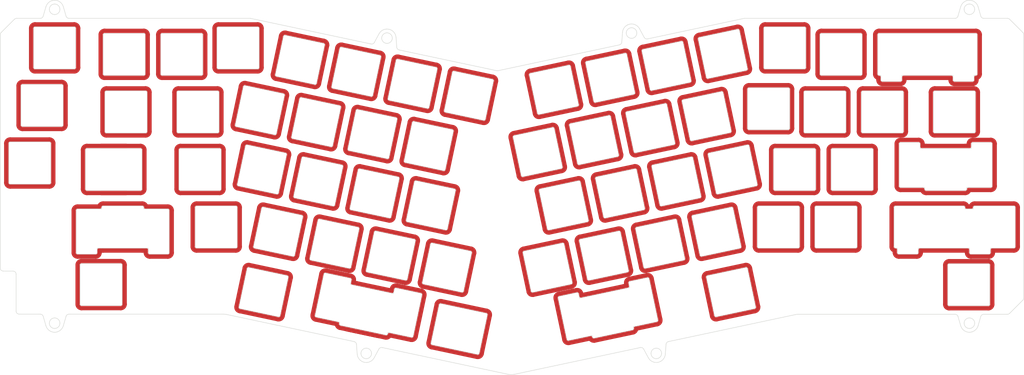
<source format=kicad_pcb>
(kicad_pcb (version 20171130) (host pcbnew "(5.1.4)-1")
  (layers (0 F.Cu signal) (31 B.Cu signal) (34 B.Paste user) (35 F.Paste user) (36 B.SilkS user) (37 F.SilkS user) (38 B.Mask user) (39 F.Mask user) (44 Edge.Cuts user))
  (net 0 "")
  (module MX_Plate_Cutouts:1u (layer F.Cu) (at 172.396657 66.428269 12)
    (fp_text reference REF**)
    (fp_text value 1u)
    (fp_arc (start 6.5 6.5) (end 6.499999 7) (angle -90) (layer Edge.Cuts) (width 0.15))
    (fp_line (start -6.5 7) (end 6.499999 7) (layer Edge.Cuts) (width 0.15))
    (fp_arc (start -6.5 -6.5) (end -6.5 -7) (angle -90) (layer Edge.Cuts) (width 0.15))
    (fp_arc (start 6.5 -6.5) (end 7 -6.5) (angle -90) (layer Edge.Cuts) (width 0.15))
    (fp_arc (start -6.5 6.5) (end -7 6.5) (angle -90) (layer Edge.Cuts) (width 0.15))
    (fp_line (start 7 6.5) (end 7 -6.5) (layer Edge.Cuts) (width 0.15))
    (fp_line (start -7 -6.5) (end -7 6.5) (layer Edge.Cuts) (width 0.15))
    (fp_line (start 6.499999 -7) (end -6.5 -7) (layer Edge.Cuts) (width 0.15))
    (fp_arc (start 6.5 6.5) (end 6.5 7.75) (angle -90) (layer F.Cu) (width 1.5))
    (fp_line (start 6.5 7.75) (end -6.5 7.75) (layer F.Cu) (width 1.5))
    (fp_line (start 7.75 -6.499999) (end 7.75 6.499999) (layer F.Cu) (width 1.5))
    (fp_line (start -6.5 -7.75) (end 6.5 -7.75) (layer F.Cu) (width 1.5))
    (fp_arc (start -6.5 6.5) (end -7.75 6.5) (angle -90) (layer F.Cu) (width 1.5))
    (fp_arc (start -6.5 -6.5) (end -6.5 -7.75) (angle -90) (layer F.Cu) (width 1.5))
    (fp_line (start -7.75 6.5) (end -7.75 -6.499999) (layer F.Cu) (width 1.5))
    (fp_arc (start 6.499999 -6.499999) (end 7.75 -6.499999) (angle -90) (layer F.Cu) (width 1.5))
  )
  (module MX_Plate_Cutouts:1u (layer F.Cu) (at 191.030367 62.46755 12)
    (fp_text reference REF**)
    (fp_text value 1u)
    (fp_arc (start 6.5 6.5) (end 6.499999 7) (angle -90) (layer Edge.Cuts) (width 0.15))
    (fp_line (start -6.5 7) (end 6.499999 7) (layer Edge.Cuts) (width 0.15))
    (fp_arc (start -6.5 -6.5) (end -6.5 -7) (angle -90) (layer Edge.Cuts) (width 0.15))
    (fp_arc (start 6.5 -6.5) (end 7 -6.5) (angle -90) (layer Edge.Cuts) (width 0.15))
    (fp_arc (start -6.5 6.5) (end -7 6.5) (angle -90) (layer Edge.Cuts) (width 0.15))
    (fp_line (start 7 6.5) (end 7 -6.5) (layer Edge.Cuts) (width 0.15))
    (fp_line (start -7 -6.5) (end -7 6.5) (layer Edge.Cuts) (width 0.15))
    (fp_line (start 6.499999 -7) (end -6.5 -7) (layer Edge.Cuts) (width 0.15))
    (fp_arc (start 6.5 6.5) (end 6.5 7.75) (angle -90) (layer F.Cu) (width 1.5))
    (fp_line (start 6.5 7.75) (end -6.5 7.75) (layer F.Cu) (width 1.5))
    (fp_line (start 7.75 -6.499999) (end 7.75 6.499999) (layer F.Cu) (width 1.5))
    (fp_line (start -6.5 -7.75) (end 6.5 -7.75) (layer F.Cu) (width 1.5))
    (fp_arc (start -6.5 6.5) (end -7.75 6.5) (angle -90) (layer F.Cu) (width 1.5))
    (fp_arc (start -6.5 -6.5) (end -6.5 -7.75) (angle -90) (layer F.Cu) (width 1.5))
    (fp_line (start -7.75 6.5) (end -7.75 -6.499999) (layer F.Cu) (width 1.5))
    (fp_arc (start 6.499999 -6.499999) (end 7.75 -6.499999) (angle -90) (layer F.Cu) (width 1.5))
  )
  (module MX_Plate_Cutouts:1u (layer F.Cu) (at 209.664079 58.506831 12)
    (fp_text reference REF**)
    (fp_text value 1u)
    (fp_arc (start 6.499999 -6.499999) (end 7.75 -6.499999) (angle -90) (layer F.Cu) (width 1.5))
    (fp_line (start -7.75 6.5) (end -7.75 -6.499999) (layer F.Cu) (width 1.5))
    (fp_arc (start -6.5 -6.5) (end -6.5 -7.75) (angle -90) (layer F.Cu) (width 1.5))
    (fp_arc (start -6.5 6.5) (end -7.75 6.5) (angle -90) (layer F.Cu) (width 1.5))
    (fp_line (start -6.5 -7.75) (end 6.5 -7.75) (layer F.Cu) (width 1.5))
    (fp_line (start 7.75 -6.499999) (end 7.75 6.499999) (layer F.Cu) (width 1.5))
    (fp_line (start 6.5 7.75) (end -6.5 7.75) (layer F.Cu) (width 1.5))
    (fp_arc (start 6.5 6.5) (end 6.5 7.75) (angle -90) (layer F.Cu) (width 1.5))
    (fp_line (start 6.499999 -7) (end -6.5 -7) (layer Edge.Cuts) (width 0.15))
    (fp_line (start -7 -6.5) (end -7 6.5) (layer Edge.Cuts) (width 0.15))
    (fp_line (start 7 6.5) (end 7 -6.5) (layer Edge.Cuts) (width 0.15))
    (fp_arc (start -6.5 6.5) (end -7 6.5) (angle -90) (layer Edge.Cuts) (width 0.15))
    (fp_arc (start 6.5 -6.5) (end 7 -6.5) (angle -90) (layer Edge.Cuts) (width 0.15))
    (fp_arc (start -6.5 -6.5) (end -6.5 -7) (angle -90) (layer Edge.Cuts) (width 0.15))
    (fp_line (start -6.5 7) (end 6.499999 7) (layer Edge.Cuts) (width 0.15))
    (fp_arc (start 6.5 6.5) (end 6.499999 7) (angle -90) (layer Edge.Cuts) (width 0.15))
  )
  (module MX_Plate_Cutouts:1u (layer F.Cu) (at 228.297793 54.546115 12)
    (fp_text reference REF**)
    (fp_text value 1u)
    (fp_arc (start 6.499999 -6.499999) (end 7.75 -6.499999) (angle -90) (layer F.Cu) (width 1.5))
    (fp_line (start -7.75 6.5) (end -7.75 -6.499999) (layer F.Cu) (width 1.5))
    (fp_arc (start -6.5 -6.5) (end -6.5 -7.75) (angle -90) (layer F.Cu) (width 1.5))
    (fp_arc (start -6.5 6.5) (end -7.75 6.5) (angle -90) (layer F.Cu) (width 1.5))
    (fp_line (start -6.5 -7.75) (end 6.5 -7.75) (layer F.Cu) (width 1.5))
    (fp_line (start 7.75 -6.499999) (end 7.75 6.499999) (layer F.Cu) (width 1.5))
    (fp_line (start 6.5 7.75) (end -6.5 7.75) (layer F.Cu) (width 1.5))
    (fp_arc (start 6.5 6.5) (end 6.5 7.75) (angle -90) (layer F.Cu) (width 1.5))
    (fp_line (start 6.499999 -7) (end -6.5 -7) (layer Edge.Cuts) (width 0.15))
    (fp_line (start -7 -6.5) (end -7 6.5) (layer Edge.Cuts) (width 0.15))
    (fp_line (start 7 6.5) (end 7 -6.5) (layer Edge.Cuts) (width 0.15))
    (fp_arc (start -6.5 6.5) (end -7 6.5) (angle -90) (layer Edge.Cuts) (width 0.15))
    (fp_arc (start 6.5 -6.5) (end 7 -6.5) (angle -90) (layer Edge.Cuts) (width 0.15))
    (fp_arc (start -6.5 -6.5) (end -6.5 -7) (angle -90) (layer Edge.Cuts) (width 0.15))
    (fp_line (start -6.5 7) (end 6.499999 7) (layer Edge.Cuts) (width 0.15))
    (fp_arc (start 6.5 6.5) (end 6.499999 7) (angle -90) (layer Edge.Cuts) (width 0.15))
  )
  (module MX_Plate_Cutouts:1u (layer F.Cu) (at 167.036657 87.038267 12)
    (fp_text reference REF**)
    (fp_text value 1u)
    (fp_arc (start 6.5 6.5) (end 6.499999 7) (angle -90) (layer Edge.Cuts) (width 0.15))
    (fp_line (start -6.5 7) (end 6.499999 7) (layer Edge.Cuts) (width 0.15))
    (fp_arc (start -6.5 -6.5) (end -6.5 -7) (angle -90) (layer Edge.Cuts) (width 0.15))
    (fp_arc (start 6.5 -6.5) (end 7 -6.5) (angle -90) (layer Edge.Cuts) (width 0.15))
    (fp_arc (start -6.5 6.5) (end -7 6.5) (angle -90) (layer Edge.Cuts) (width 0.15))
    (fp_line (start 7 6.5) (end 7 -6.5) (layer Edge.Cuts) (width 0.15))
    (fp_line (start -7 -6.5) (end -7 6.5) (layer Edge.Cuts) (width 0.15))
    (fp_line (start 6.499999 -7) (end -6.5 -7) (layer Edge.Cuts) (width 0.15))
    (fp_arc (start 6.5 6.5) (end 6.5 7.75) (angle -90) (layer F.Cu) (width 1.5))
    (fp_line (start 6.5 7.75) (end -6.5 7.75) (layer F.Cu) (width 1.5))
    (fp_line (start 7.75 -6.499999) (end 7.75 6.499999) (layer F.Cu) (width 1.5))
    (fp_line (start -6.5 -7.75) (end 6.5 -7.75) (layer F.Cu) (width 1.5))
    (fp_arc (start -6.5 6.5) (end -7.75 6.5) (angle -90) (layer F.Cu) (width 1.5))
    (fp_arc (start -6.5 -6.5) (end -6.5 -7.75) (angle -90) (layer F.Cu) (width 1.5))
    (fp_line (start -7.75 6.5) (end -7.75 -6.499999) (layer F.Cu) (width 1.5))
    (fp_arc (start 6.499999 -6.499999) (end 7.75 -6.499999) (angle -90) (layer F.Cu) (width 1.5))
  )
  (module MX_Plate_Cutouts:1u (layer F.Cu) (at 185.670369 83.07755 12)
    (fp_text reference REF**)
    (fp_text value 1u)
    (fp_arc (start 6.5 6.5) (end 6.499999 7) (angle -90) (layer Edge.Cuts) (width 0.15))
    (fp_line (start -6.5 7) (end 6.499999 7) (layer Edge.Cuts) (width 0.15))
    (fp_arc (start -6.5 -6.5) (end -6.5 -7) (angle -90) (layer Edge.Cuts) (width 0.15))
    (fp_arc (start 6.5 -6.5) (end 7 -6.5) (angle -90) (layer Edge.Cuts) (width 0.15))
    (fp_arc (start -6.5 6.5) (end -7 6.5) (angle -90) (layer Edge.Cuts) (width 0.15))
    (fp_line (start 7 6.5) (end 7 -6.5) (layer Edge.Cuts) (width 0.15))
    (fp_line (start -7 -6.5) (end -7 6.5) (layer Edge.Cuts) (width 0.15))
    (fp_line (start 6.499999 -7) (end -6.5 -7) (layer Edge.Cuts) (width 0.15))
    (fp_arc (start 6.5 6.5) (end 6.5 7.75) (angle -90) (layer F.Cu) (width 1.5))
    (fp_line (start 6.5 7.75) (end -6.5 7.75) (layer F.Cu) (width 1.5))
    (fp_line (start 7.75 -6.499999) (end 7.75 6.499999) (layer F.Cu) (width 1.5))
    (fp_line (start -6.5 -7.75) (end 6.5 -7.75) (layer F.Cu) (width 1.5))
    (fp_arc (start -6.5 6.5) (end -7.75 6.5) (angle -90) (layer F.Cu) (width 1.5))
    (fp_arc (start -6.5 -6.5) (end -6.5 -7.75) (angle -90) (layer F.Cu) (width 1.5))
    (fp_line (start -7.75 6.5) (end -7.75 -6.499999) (layer F.Cu) (width 1.5))
    (fp_arc (start 6.499999 -6.499999) (end 7.75 -6.499999) (angle -90) (layer F.Cu) (width 1.5))
  )
  (module MX_Plate_Cutouts:1u (layer F.Cu) (at 204.304079 79.116833 12)
    (fp_text reference REF**)
    (fp_text value 1u)
    (fp_arc (start 6.499999 -6.499999) (end 7.75 -6.499999) (angle -90) (layer F.Cu) (width 1.5))
    (fp_line (start -7.75 6.5) (end -7.75 -6.499999) (layer F.Cu) (width 1.5))
    (fp_arc (start -6.5 -6.5) (end -6.5 -7.75) (angle -90) (layer F.Cu) (width 1.5))
    (fp_arc (start -6.5 6.5) (end -7.75 6.5) (angle -90) (layer F.Cu) (width 1.5))
    (fp_line (start -6.5 -7.75) (end 6.5 -7.75) (layer F.Cu) (width 1.5))
    (fp_line (start 7.75 -6.499999) (end 7.75 6.499999) (layer F.Cu) (width 1.5))
    (fp_line (start 6.5 7.75) (end -6.5 7.75) (layer F.Cu) (width 1.5))
    (fp_arc (start 6.5 6.5) (end 6.5 7.75) (angle -90) (layer F.Cu) (width 1.5))
    (fp_line (start 6.499999 -7) (end -6.5 -7) (layer Edge.Cuts) (width 0.15))
    (fp_line (start -7 -6.5) (end -7 6.5) (layer Edge.Cuts) (width 0.15))
    (fp_line (start 7 6.5) (end 7 -6.5) (layer Edge.Cuts) (width 0.15))
    (fp_arc (start -6.5 6.5) (end -7 6.5) (angle -90) (layer Edge.Cuts) (width 0.15))
    (fp_arc (start 6.5 -6.5) (end 7 -6.5) (angle -90) (layer Edge.Cuts) (width 0.15))
    (fp_arc (start -6.5 -6.5) (end -6.5 -7) (angle -90) (layer Edge.Cuts) (width 0.15))
    (fp_line (start -6.5 7) (end 6.499999 7) (layer Edge.Cuts) (width 0.15))
    (fp_arc (start 6.5 6.5) (end 6.499999 7) (angle -90) (layer Edge.Cuts) (width 0.15))
  )
  (module MX_Plate_Cutouts:1u (layer F.Cu) (at 222.937791 75.156113 12)
    (fp_text reference REF**)
    (fp_text value 1u)
    (fp_arc (start 6.499999 -6.499999) (end 7.75 -6.499999) (angle -90) (layer F.Cu) (width 1.5))
    (fp_line (start -7.75 6.5) (end -7.75 -6.499999) (layer F.Cu) (width 1.5))
    (fp_arc (start -6.5 -6.5) (end -6.5 -7.75) (angle -90) (layer F.Cu) (width 1.5))
    (fp_arc (start -6.5 6.5) (end -7.75 6.5) (angle -90) (layer F.Cu) (width 1.5))
    (fp_line (start -6.5 -7.75) (end 6.5 -7.75) (layer F.Cu) (width 1.5))
    (fp_line (start 7.75 -6.499999) (end 7.75 6.499999) (layer F.Cu) (width 1.5))
    (fp_line (start 6.5 7.75) (end -6.5 7.75) (layer F.Cu) (width 1.5))
    (fp_arc (start 6.5 6.5) (end 6.5 7.75) (angle -90) (layer F.Cu) (width 1.5))
    (fp_line (start 6.499999 -7) (end -6.5 -7) (layer Edge.Cuts) (width 0.15))
    (fp_line (start -7 -6.5) (end -7 6.5) (layer Edge.Cuts) (width 0.15))
    (fp_line (start 7 6.5) (end 7 -6.5) (layer Edge.Cuts) (width 0.15))
    (fp_arc (start -6.5 6.5) (end -7 6.5) (angle -90) (layer Edge.Cuts) (width 0.15))
    (fp_arc (start 6.5 -6.5) (end 7 -6.5) (angle -90) (layer Edge.Cuts) (width 0.15))
    (fp_arc (start -6.5 -6.5) (end -6.5 -7) (angle -90) (layer Edge.Cuts) (width 0.15))
    (fp_line (start -6.5 7) (end 6.499999 7) (layer Edge.Cuts) (width 0.15))
    (fp_arc (start 6.5 6.5) (end 6.499999 7) (angle -90) (layer Edge.Cuts) (width 0.15))
  )
  (module MX_Plate_Cutouts:1u (layer F.Cu) (at 175.656658 104.688269 12)
    (fp_text reference REF**)
    (fp_text value 1u)
    (fp_arc (start 6.5 6.5) (end 6.499999 7) (angle -90) (layer Edge.Cuts) (width 0.15))
    (fp_line (start -6.5 7) (end 6.499999 7) (layer Edge.Cuts) (width 0.15))
    (fp_arc (start -6.5 -6.5) (end -6.5 -7) (angle -90) (layer Edge.Cuts) (width 0.15))
    (fp_arc (start 6.5 -6.5) (end 7 -6.5) (angle -90) (layer Edge.Cuts) (width 0.15))
    (fp_arc (start -6.5 6.5) (end -7 6.5) (angle -90) (layer Edge.Cuts) (width 0.15))
    (fp_line (start 7 6.5) (end 7 -6.5) (layer Edge.Cuts) (width 0.15))
    (fp_line (start -7 -6.5) (end -7 6.5) (layer Edge.Cuts) (width 0.15))
    (fp_line (start 6.499999 -7) (end -6.5 -7) (layer Edge.Cuts) (width 0.15))
    (fp_arc (start 6.5 6.5) (end 6.5 7.75) (angle -90) (layer F.Cu) (width 1.5))
    (fp_line (start 6.5 7.75) (end -6.5 7.75) (layer F.Cu) (width 1.5))
    (fp_line (start 7.75 -6.499999) (end 7.75 6.499999) (layer F.Cu) (width 1.5))
    (fp_line (start -6.5 -7.75) (end 6.5 -7.75) (layer F.Cu) (width 1.5))
    (fp_arc (start -6.5 6.5) (end -7.75 6.5) (angle -90) (layer F.Cu) (width 1.5))
    (fp_arc (start -6.5 -6.5) (end -6.5 -7.75) (angle -90) (layer F.Cu) (width 1.5))
    (fp_line (start -7.75 6.5) (end -7.75 -6.499999) (layer F.Cu) (width 1.5))
    (fp_arc (start 6.499999 -6.499999) (end 7.75 -6.499999) (angle -90) (layer F.Cu) (width 1.5))
  )
  (module MX_Plate_Cutouts:1u (layer F.Cu) (at 194.290369 100.72755 12)
    (fp_text reference REF**)
    (fp_text value 1u)
    (fp_arc (start 6.5 6.5) (end 6.499999 7) (angle -90) (layer Edge.Cuts) (width 0.15))
    (fp_line (start -6.5 7) (end 6.499999 7) (layer Edge.Cuts) (width 0.15))
    (fp_arc (start -6.5 -6.5) (end -6.5 -7) (angle -90) (layer Edge.Cuts) (width 0.15))
    (fp_arc (start 6.5 -6.5) (end 7 -6.5) (angle -90) (layer Edge.Cuts) (width 0.15))
    (fp_arc (start -6.5 6.5) (end -7 6.5) (angle -90) (layer Edge.Cuts) (width 0.15))
    (fp_line (start 7 6.5) (end 7 -6.5) (layer Edge.Cuts) (width 0.15))
    (fp_line (start -7 -6.5) (end -7 6.5) (layer Edge.Cuts) (width 0.15))
    (fp_line (start 6.499999 -7) (end -6.5 -7) (layer Edge.Cuts) (width 0.15))
    (fp_arc (start 6.5 6.5) (end 6.5 7.75) (angle -90) (layer F.Cu) (width 1.5))
    (fp_line (start 6.5 7.75) (end -6.5 7.75) (layer F.Cu) (width 1.5))
    (fp_line (start 7.75 -6.499999) (end 7.75 6.499999) (layer F.Cu) (width 1.5))
    (fp_line (start -6.5 -7.75) (end 6.5 -7.75) (layer F.Cu) (width 1.5))
    (fp_arc (start -6.5 6.5) (end -7.75 6.5) (angle -90) (layer F.Cu) (width 1.5))
    (fp_arc (start -6.5 -6.5) (end -6.5 -7.75) (angle -90) (layer F.Cu) (width 1.5))
    (fp_line (start -7.75 6.5) (end -7.75 -6.499999) (layer F.Cu) (width 1.5))
    (fp_arc (start 6.499999 -6.499999) (end 7.75 -6.499999) (angle -90) (layer F.Cu) (width 1.5))
  )
  (module MX_Plate_Cutouts:1u (layer F.Cu) (at 212.92408 96.766832 12)
    (fp_text reference REF**)
    (fp_text value 1u)
    (fp_arc (start 6.499999 -6.499999) (end 7.75 -6.499999) (angle -90) (layer F.Cu) (width 1.5))
    (fp_line (start -7.75 6.5) (end -7.75 -6.499999) (layer F.Cu) (width 1.5))
    (fp_arc (start -6.5 -6.5) (end -6.5 -7.75) (angle -90) (layer F.Cu) (width 1.5))
    (fp_arc (start -6.5 6.5) (end -7.75 6.5) (angle -90) (layer F.Cu) (width 1.5))
    (fp_line (start -6.5 -7.75) (end 6.5 -7.75) (layer F.Cu) (width 1.5))
    (fp_line (start 7.75 -6.499999) (end 7.75 6.499999) (layer F.Cu) (width 1.5))
    (fp_line (start 6.5 7.75) (end -6.5 7.75) (layer F.Cu) (width 1.5))
    (fp_arc (start 6.5 6.5) (end 6.5 7.75) (angle -90) (layer F.Cu) (width 1.5))
    (fp_line (start 6.499999 -7) (end -6.5 -7) (layer Edge.Cuts) (width 0.15))
    (fp_line (start -7 -6.5) (end -7 6.5) (layer Edge.Cuts) (width 0.15))
    (fp_line (start 7 6.5) (end 7 -6.5) (layer Edge.Cuts) (width 0.15))
    (fp_arc (start -6.5 6.5) (end -7 6.5) (angle -90) (layer Edge.Cuts) (width 0.15))
    (fp_arc (start 6.5 -6.5) (end 7 -6.5) (angle -90) (layer Edge.Cuts) (width 0.15))
    (fp_arc (start -6.5 -6.5) (end -6.5 -7) (angle -90) (layer Edge.Cuts) (width 0.15))
    (fp_line (start -6.5 7) (end 6.499999 7) (layer Edge.Cuts) (width 0.15))
    (fp_arc (start 6.5 6.5) (end 6.499999 7) (angle -90) (layer Edge.Cuts) (width 0.15))
  )
  (module MX_Plate_Cutouts:1u (layer F.Cu) (at 231.55779 92.806114 12)
    (fp_text reference REF**)
    (fp_text value 1u)
    (fp_arc (start 6.499999 -6.499999) (end 7.75 -6.499999) (angle -90) (layer F.Cu) (width 1.5))
    (fp_line (start -7.75 6.5) (end -7.75 -6.499999) (layer F.Cu) (width 1.5))
    (fp_arc (start -6.5 -6.5) (end -6.5 -7.75) (angle -90) (layer F.Cu) (width 1.5))
    (fp_arc (start -6.5 6.5) (end -7.75 6.5) (angle -90) (layer F.Cu) (width 1.5))
    (fp_line (start -6.5 -7.75) (end 6.5 -7.75) (layer F.Cu) (width 1.5))
    (fp_line (start 7.75 -6.499999) (end 7.75 6.499999) (layer F.Cu) (width 1.5))
    (fp_line (start 6.5 7.75) (end -6.5 7.75) (layer F.Cu) (width 1.5))
    (fp_arc (start 6.5 6.5) (end 6.5 7.75) (angle -90) (layer F.Cu) (width 1.5))
    (fp_line (start 6.499999 -7) (end -6.5 -7) (layer Edge.Cuts) (width 0.15))
    (fp_line (start -7 -6.5) (end -7 6.5) (layer Edge.Cuts) (width 0.15))
    (fp_line (start 7 6.5) (end 7 -6.5) (layer Edge.Cuts) (width 0.15))
    (fp_arc (start -6.5 6.5) (end -7 6.5) (angle -90) (layer Edge.Cuts) (width 0.15))
    (fp_arc (start 6.5 -6.5) (end 7 -6.5) (angle -90) (layer Edge.Cuts) (width 0.15))
    (fp_arc (start -6.5 -6.5) (end -6.5 -7) (angle -90) (layer Edge.Cuts) (width 0.15))
    (fp_line (start -6.5 7) (end 6.499999 7) (layer Edge.Cuts) (width 0.15))
    (fp_arc (start 6.5 6.5) (end 6.499999 7) (angle -90) (layer Edge.Cuts) (width 0.15))
  )
  (module MX_Plate_Cutouts:1u (layer F.Cu) (at 207.564082 117.376833 12)
    (fp_text reference REF**)
    (fp_text value 1u)
    (fp_arc (start 6.5 6.5) (end 6.499999 7) (angle -90) (layer Edge.Cuts) (width 0.15))
    (fp_line (start -6.5 7) (end 6.499999 7) (layer Edge.Cuts) (width 0.15))
    (fp_arc (start -6.5 -6.5) (end -6.5 -7) (angle -90) (layer Edge.Cuts) (width 0.15))
    (fp_arc (start 6.5 -6.5) (end 7 -6.5) (angle -90) (layer Edge.Cuts) (width 0.15))
    (fp_arc (start -6.5 6.5) (end -7 6.5) (angle -90) (layer Edge.Cuts) (width 0.15))
    (fp_line (start 7 6.5) (end 7 -6.5) (layer Edge.Cuts) (width 0.15))
    (fp_line (start -7 -6.5) (end -7 6.5) (layer Edge.Cuts) (width 0.15))
    (fp_line (start 6.499999 -7) (end -6.5 -7) (layer Edge.Cuts) (width 0.15))
    (fp_arc (start 6.5 6.5) (end 6.5 7.75) (angle -90) (layer F.Cu) (width 1.5))
    (fp_line (start 6.5 7.75) (end -6.5 7.75) (layer F.Cu) (width 1.5))
    (fp_line (start 7.75 -6.499999) (end 7.75 6.499999) (layer F.Cu) (width 1.5))
    (fp_line (start -6.5 -7.75) (end 6.5 -7.75) (layer F.Cu) (width 1.5))
    (fp_arc (start -6.5 6.5) (end -7.75 6.5) (angle -90) (layer F.Cu) (width 1.5))
    (fp_arc (start -6.5 -6.5) (end -6.5 -7.75) (angle -90) (layer F.Cu) (width 1.5))
    (fp_line (start -7.75 6.5) (end -7.75 -6.499999) (layer F.Cu) (width 1.5))
    (fp_arc (start 6.499999 -6.499999) (end 7.75 -6.499999) (angle -90) (layer F.Cu) (width 1.5))
  )
  (module MX_Plate_Cutouts:1u (layer F.Cu) (at 226.19779 113.416115 12)
    (fp_text reference REF**)
    (fp_text value 1u)
    (fp_arc (start 6.5 6.5) (end 6.499999 7) (angle -90) (layer Edge.Cuts) (width 0.15))
    (fp_line (start -6.5 7) (end 6.499999 7) (layer Edge.Cuts) (width 0.15))
    (fp_arc (start -6.5 -6.5) (end -6.5 -7) (angle -90) (layer Edge.Cuts) (width 0.15))
    (fp_arc (start 6.5 -6.5) (end 7 -6.5) (angle -90) (layer Edge.Cuts) (width 0.15))
    (fp_arc (start -6.5 6.5) (end -7 6.5) (angle -90) (layer Edge.Cuts) (width 0.15))
    (fp_line (start 7 6.5) (end 7 -6.5) (layer Edge.Cuts) (width 0.15))
    (fp_line (start -7 -6.5) (end -7 6.5) (layer Edge.Cuts) (width 0.15))
    (fp_line (start 6.499999 -7) (end -6.5 -7) (layer Edge.Cuts) (width 0.15))
    (fp_arc (start 6.5 6.5) (end 6.5 7.75) (angle -90) (layer F.Cu) (width 1.5))
    (fp_line (start 6.5 7.75) (end -6.5 7.75) (layer F.Cu) (width 1.5))
    (fp_line (start 7.75 -6.499999) (end 7.75 6.499999) (layer F.Cu) (width 1.5))
    (fp_line (start -6.5 -7.75) (end 6.5 -7.75) (layer F.Cu) (width 1.5))
    (fp_arc (start -6.5 6.5) (end -7.75 6.5) (angle -90) (layer F.Cu) (width 1.5))
    (fp_arc (start -6.5 -6.5) (end -6.5 -7.75) (angle -90) (layer F.Cu) (width 1.5))
    (fp_line (start -7.75 6.5) (end -7.75 -6.499999) (layer F.Cu) (width 1.5))
    (fp_arc (start 6.499999 -6.499999) (end 7.75 -6.499999) (angle -90) (layer F.Cu) (width 1.5))
  )
  (module MX_Plate_Cutouts:1u (layer F.Cu) (at 188.930369 121.337549 12)
    (fp_text reference REF**)
    (fp_text value 1u)
    (fp_arc (start 6.499999 -6.499999) (end 7.75 -6.499999) (angle -90) (layer F.Cu) (width 1.5))
    (fp_line (start -7.75 6.5) (end -7.75 -6.499999) (layer F.Cu) (width 1.5))
    (fp_arc (start -6.5 -6.5) (end -6.5 -7.75) (angle -90) (layer F.Cu) (width 1.5))
    (fp_arc (start -6.5 6.5) (end -7.75 6.5) (angle -90) (layer F.Cu) (width 1.5))
    (fp_line (start -6.5 -7.75) (end 6.5 -7.75) (layer F.Cu) (width 1.5))
    (fp_line (start 7.75 -6.499999) (end 7.75 6.499999) (layer F.Cu) (width 1.5))
    (fp_line (start 6.5 7.75) (end -6.5 7.75) (layer F.Cu) (width 1.5))
    (fp_arc (start 6.5 6.5) (end 6.5 7.75) (angle -90) (layer F.Cu) (width 1.5))
    (fp_line (start 6.499999 -7) (end -6.5 -7) (layer Edge.Cuts) (width 0.15))
    (fp_line (start -7 -6.5) (end -7 6.5) (layer Edge.Cuts) (width 0.15))
    (fp_line (start 7 6.5) (end 7 -6.5) (layer Edge.Cuts) (width 0.15))
    (fp_arc (start -6.5 6.5) (end -7 6.5) (angle -90) (layer Edge.Cuts) (width 0.15))
    (fp_arc (start 6.5 -6.5) (end 7 -6.5) (angle -90) (layer Edge.Cuts) (width 0.15))
    (fp_arc (start -6.5 -6.5) (end -6.5 -7) (angle -90) (layer Edge.Cuts) (width 0.15))
    (fp_line (start -6.5 7) (end 6.499999 7) (layer Edge.Cuts) (width 0.15))
    (fp_arc (start 6.5 6.5) (end 6.499999 7) (angle -90) (layer Edge.Cuts) (width 0.15))
  )
  (module MX_Plate_Cutouts:1u (layer F.Cu) (at 170.296657 125.298267 12)
    (fp_text reference REF**)
    (fp_text value 1u)
    (fp_arc (start 6.499999 -6.499999) (end 7.75 -6.499999) (angle -90) (layer F.Cu) (width 1.5))
    (fp_line (start -7.75 6.5) (end -7.75 -6.499999) (layer F.Cu) (width 1.5))
    (fp_arc (start -6.5 -6.5) (end -6.5 -7.75) (angle -90) (layer F.Cu) (width 1.5))
    (fp_arc (start -6.5 6.5) (end -7.75 6.5) (angle -90) (layer F.Cu) (width 1.5))
    (fp_line (start -6.5 -7.75) (end 6.5 -7.75) (layer F.Cu) (width 1.5))
    (fp_line (start 7.75 -6.499999) (end 7.75 6.499999) (layer F.Cu) (width 1.5))
    (fp_line (start 6.5 7.75) (end -6.5 7.75) (layer F.Cu) (width 1.5))
    (fp_arc (start 6.5 6.5) (end 6.5 7.75) (angle -90) (layer F.Cu) (width 1.5))
    (fp_line (start 6.499999 -7) (end -6.5 -7) (layer Edge.Cuts) (width 0.15))
    (fp_line (start -7 -6.5) (end -7 6.5) (layer Edge.Cuts) (width 0.15))
    (fp_line (start 7 6.5) (end 7 -6.5) (layer Edge.Cuts) (width 0.15))
    (fp_arc (start -6.5 6.5) (end -7 6.5) (angle -90) (layer Edge.Cuts) (width 0.15))
    (fp_arc (start 6.5 -6.5) (end 7 -6.5) (angle -90) (layer Edge.Cuts) (width 0.15))
    (fp_arc (start -6.5 -6.5) (end -6.5 -7) (angle -90) (layer Edge.Cuts) (width 0.15))
    (fp_line (start -6.5 7) (end 6.499999 7) (layer Edge.Cuts) (width 0.15))
    (fp_arc (start 6.5 6.5) (end 6.499999 7) (angle -90) (layer Edge.Cuts) (width 0.15))
  )
  (module MX_Plate_Cutouts:1.5u (layer F.Cu) (at 231.007791 133.406113 12)
    (fp_text reference REF**)
    (fp_text value 1.5u)
    (fp_arc (start 6.499999 -6.499999) (end 7.75 -6.499999) (angle -90) (layer F.Cu) (width 1.5))
    (fp_line (start -7.75 6.5) (end -7.75 -6.499999) (layer F.Cu) (width 1.5))
    (fp_arc (start -6.5 -6.5) (end -6.5 -7.75) (angle -90) (layer F.Cu) (width 1.5))
    (fp_arc (start -6.5 6.5) (end -7.75 6.5) (angle -90) (layer F.Cu) (width 1.5))
    (fp_line (start -6.5 -7.75) (end 6.5 -7.75) (layer F.Cu) (width 1.5))
    (fp_line (start 7.75 -6.499999) (end 7.75 6.499999) (layer F.Cu) (width 1.5))
    (fp_line (start 6.5 7.75) (end -6.5 7.75) (layer F.Cu) (width 1.5))
    (fp_arc (start 6.5 6.5) (end 6.5 7.75) (angle -90) (layer F.Cu) (width 1.5))
    (fp_line (start 6.499999 -7) (end -6.5 -7) (layer Edge.Cuts) (width 0.15))
    (fp_line (start -7 -6.5) (end -7 6.5) (layer Edge.Cuts) (width 0.15))
    (fp_line (start 7 6.5) (end 7 -6.5) (layer Edge.Cuts) (width 0.15))
    (fp_arc (start -6.5 6.5) (end -7 6.5) (angle -90) (layer Edge.Cuts) (width 0.15))
    (fp_arc (start 6.5 -6.5) (end 7 -6.5) (angle -90) (layer Edge.Cuts) (width 0.15))
    (fp_arc (start -6.5 -6.5) (end -6.5 -7) (angle -90) (layer Edge.Cuts) (width 0.15))
    (fp_line (start -6.5 7) (end 6.499999 7) (layer Edge.Cuts) (width 0.15))
    (fp_arc (start 6.5 6.5) (end 6.499999 7) (angle -90) (layer Edge.Cuts) (width 0.15))
  )
  (module MX_Plate_Cutouts:1u (layer F.Cu) (at 246.697792 111.856115)
    (fp_text reference REF**)
    (fp_text value 1u)
    (fp_arc (start 6.5 6.5) (end 6.499999 7) (angle -90) (layer Edge.Cuts) (width 0.15))
    (fp_line (start -6.5 7) (end 6.499999 7) (layer Edge.Cuts) (width 0.15))
    (fp_arc (start -6.5 -6.5) (end -6.5 -7) (angle -90) (layer Edge.Cuts) (width 0.15))
    (fp_arc (start 6.5 -6.5) (end 7 -6.5) (angle -90) (layer Edge.Cuts) (width 0.15))
    (fp_arc (start -6.5 6.5) (end -7 6.5) (angle -90) (layer Edge.Cuts) (width 0.15))
    (fp_line (start 7 6.5) (end 7 -6.5) (layer Edge.Cuts) (width 0.15))
    (fp_line (start -7 -6.5) (end -7 6.5) (layer Edge.Cuts) (width 0.15))
    (fp_line (start 6.499999 -7) (end -6.5 -7) (layer Edge.Cuts) (width 0.15))
    (fp_arc (start 6.5 6.5) (end 6.5 7.75) (angle -90) (layer F.Cu) (width 1.5))
    (fp_line (start 6.5 7.75) (end -6.5 7.75) (layer F.Cu) (width 1.5))
    (fp_line (start 7.75 -6.499999) (end 7.75 6.499999) (layer F.Cu) (width 1.5))
    (fp_line (start -6.5 -7.75) (end 6.5 -7.75) (layer F.Cu) (width 1.5))
    (fp_arc (start -6.5 6.5) (end -7.75 6.5) (angle -90) (layer F.Cu) (width 1.5))
    (fp_arc (start -6.5 -6.5) (end -6.5 -7.75) (angle -90) (layer F.Cu) (width 1.5))
    (fp_line (start -7.75 6.5) (end -7.75 -6.499999) (layer F.Cu) (width 1.5))
    (fp_arc (start 6.499999 -6.499999) (end 7.75 -6.499999) (angle -90) (layer F.Cu) (width 1.5))
  )
  (module MX_Plate_Cutouts:1u (layer F.Cu) (at 265.747792 111.856114)
    (fp_text reference REF**)
    (fp_text value 1u)
    (fp_arc (start 6.5 6.5) (end 6.499999 7) (angle -90) (layer Edge.Cuts) (width 0.15))
    (fp_line (start -6.5 7) (end 6.499999 7) (layer Edge.Cuts) (width 0.15))
    (fp_arc (start -6.5 -6.5) (end -6.5 -7) (angle -90) (layer Edge.Cuts) (width 0.15))
    (fp_arc (start 6.5 -6.5) (end 7 -6.5) (angle -90) (layer Edge.Cuts) (width 0.15))
    (fp_arc (start -6.5 6.5) (end -7 6.5) (angle -90) (layer Edge.Cuts) (width 0.15))
    (fp_line (start 7 6.5) (end 7 -6.5) (layer Edge.Cuts) (width 0.15))
    (fp_line (start -7 -6.5) (end -7 6.5) (layer Edge.Cuts) (width 0.15))
    (fp_line (start 6.499999 -7) (end -6.5 -7) (layer Edge.Cuts) (width 0.15))
    (fp_arc (start 6.5 6.5) (end 6.5 7.75) (angle -90) (layer F.Cu) (width 1.5))
    (fp_line (start 6.5 7.75) (end -6.5 7.75) (layer F.Cu) (width 1.5))
    (fp_line (start 7.75 -6.499999) (end 7.75 6.499999) (layer F.Cu) (width 1.5))
    (fp_line (start -6.5 -7.75) (end 6.5 -7.75) (layer F.Cu) (width 1.5))
    (fp_arc (start -6.5 6.5) (end -7.75 6.5) (angle -90) (layer F.Cu) (width 1.5))
    (fp_arc (start -6.5 -6.5) (end -6.5 -7.75) (angle -90) (layer F.Cu) (width 1.5))
    (fp_line (start -7.75 6.5) (end -7.75 -6.499999) (layer F.Cu) (width 1.5))
    (fp_arc (start 6.499999 -6.499999) (end 7.75 -6.499999) (angle -90) (layer F.Cu) (width 1.5))
  )
  (module MX_Plate_Cutouts:1u (layer F.Cu) (at 271.107792 92.806113)
    (fp_text reference REF**)
    (fp_text value 1u)
    (fp_arc (start 6.5 6.5) (end 6.499999 7) (angle -90) (layer Edge.Cuts) (width 0.15))
    (fp_line (start -6.5 7) (end 6.499999 7) (layer Edge.Cuts) (width 0.15))
    (fp_arc (start -6.5 -6.5) (end -6.5 -7) (angle -90) (layer Edge.Cuts) (width 0.15))
    (fp_arc (start 6.5 -6.5) (end 7 -6.5) (angle -90) (layer Edge.Cuts) (width 0.15))
    (fp_arc (start -6.5 6.5) (end -7 6.5) (angle -90) (layer Edge.Cuts) (width 0.15))
    (fp_line (start 7 6.5) (end 7 -6.5) (layer Edge.Cuts) (width 0.15))
    (fp_line (start -7 -6.5) (end -7 6.5) (layer Edge.Cuts) (width 0.15))
    (fp_line (start 6.499999 -7) (end -6.5 -7) (layer Edge.Cuts) (width 0.15))
    (fp_arc (start 6.5 6.5) (end 6.5 7.75) (angle -90) (layer F.Cu) (width 1.5))
    (fp_line (start 6.5 7.75) (end -6.5 7.75) (layer F.Cu) (width 1.5))
    (fp_line (start 7.75 -6.499999) (end 7.75 6.499999) (layer F.Cu) (width 1.5))
    (fp_line (start -6.5 -7.75) (end 6.5 -7.75) (layer F.Cu) (width 1.5))
    (fp_arc (start -6.5 6.5) (end -7.75 6.5) (angle -90) (layer F.Cu) (width 1.5))
    (fp_arc (start -6.5 -6.5) (end -6.5 -7.75) (angle -90) (layer F.Cu) (width 1.5))
    (fp_line (start -7.75 6.5) (end -7.75 -6.499999) (layer F.Cu) (width 1.5))
    (fp_arc (start 6.499999 -6.499999) (end 7.75 -6.499999) (angle -90) (layer F.Cu) (width 1.5))
  )
  (module MX_Plate_Cutouts:1u (layer F.Cu) (at 252.057793 92.806114)
    (fp_text reference REF**)
    (fp_text value 1u)
    (fp_arc (start 6.5 6.5) (end 6.499999 7) (angle -90) (layer Edge.Cuts) (width 0.15))
    (fp_line (start -6.5 7) (end 6.499999 7) (layer Edge.Cuts) (width 0.15))
    (fp_arc (start -6.5 -6.5) (end -6.5 -7) (angle -90) (layer Edge.Cuts) (width 0.15))
    (fp_arc (start 6.5 -6.5) (end 7 -6.5) (angle -90) (layer Edge.Cuts) (width 0.15))
    (fp_arc (start -6.5 6.5) (end -7 6.5) (angle -90) (layer Edge.Cuts) (width 0.15))
    (fp_line (start 7 6.5) (end 7 -6.5) (layer Edge.Cuts) (width 0.15))
    (fp_line (start -7 -6.5) (end -7 6.5) (layer Edge.Cuts) (width 0.15))
    (fp_line (start 6.499999 -7) (end -6.5 -7) (layer Edge.Cuts) (width 0.15))
    (fp_arc (start 6.5 6.5) (end 6.5 7.75) (angle -90) (layer F.Cu) (width 1.5))
    (fp_line (start 6.5 7.75) (end -6.5 7.75) (layer F.Cu) (width 1.5))
    (fp_line (start 7.75 -6.499999) (end 7.75 6.499999) (layer F.Cu) (width 1.5))
    (fp_line (start -6.5 -7.75) (end 6.5 -7.75) (layer F.Cu) (width 1.5))
    (fp_arc (start -6.5 6.5) (end -7.75 6.5) (angle -90) (layer F.Cu) (width 1.5))
    (fp_arc (start -6.5 -6.5) (end -6.5 -7.75) (angle -90) (layer F.Cu) (width 1.5))
    (fp_line (start -7.75 6.5) (end -7.75 -6.499999) (layer F.Cu) (width 1.5))
    (fp_arc (start 6.499999 -6.499999) (end 7.75 -6.499999) (angle -90) (layer F.Cu) (width 1.5))
  )
  (module MX_Plate_Cutouts:1u (layer F.Cu) (at 243.437792 72.696115)
    (fp_text reference REF**)
    (fp_text value 1u)
    (fp_arc (start 6.499999 -6.499999) (end 7.75 -6.499999) (angle -90) (layer F.Cu) (width 1.5))
    (fp_line (start -7.75 6.5) (end -7.75 -6.499999) (layer F.Cu) (width 1.5))
    (fp_arc (start -6.5 -6.5) (end -6.5 -7.75) (angle -90) (layer F.Cu) (width 1.5))
    (fp_arc (start -6.5 6.5) (end -7.75 6.5) (angle -90) (layer F.Cu) (width 1.5))
    (fp_line (start -6.5 -7.75) (end 6.5 -7.75) (layer F.Cu) (width 1.5))
    (fp_line (start 7.75 -6.499999) (end 7.75 6.499999) (layer F.Cu) (width 1.5))
    (fp_line (start 6.5 7.75) (end -6.5 7.75) (layer F.Cu) (width 1.5))
    (fp_arc (start 6.5 6.5) (end 6.5 7.75) (angle -90) (layer F.Cu) (width 1.5))
    (fp_line (start 6.499999 -7) (end -6.5 -7) (layer Edge.Cuts) (width 0.15))
    (fp_line (start -7 -6.5) (end -7 6.5) (layer Edge.Cuts) (width 0.15))
    (fp_line (start 7 6.5) (end 7 -6.5) (layer Edge.Cuts) (width 0.15))
    (fp_arc (start -6.5 6.5) (end -7 6.5) (angle -90) (layer Edge.Cuts) (width 0.15))
    (fp_arc (start 6.5 -6.5) (end 7 -6.5) (angle -90) (layer Edge.Cuts) (width 0.15))
    (fp_arc (start -6.5 -6.5) (end -6.5 -7) (angle -90) (layer Edge.Cuts) (width 0.15))
    (fp_line (start -6.5 7) (end 6.499999 7) (layer Edge.Cuts) (width 0.15))
    (fp_arc (start 6.5 6.5) (end 6.499999 7) (angle -90) (layer Edge.Cuts) (width 0.15))
  )
  (module MX_Plate_Cutouts:1u (layer F.Cu) (at 262.067791 73.756115)
    (fp_text reference REF**)
    (fp_text value 1u)
    (fp_arc (start 6.5 6.5) (end 6.499999 7) (angle -90) (layer Edge.Cuts) (width 0.15))
    (fp_line (start -6.5 7) (end 6.499999 7) (layer Edge.Cuts) (width 0.15))
    (fp_arc (start -6.5 -6.5) (end -6.5 -7) (angle -90) (layer Edge.Cuts) (width 0.15))
    (fp_arc (start 6.5 -6.5) (end 7 -6.5) (angle -90) (layer Edge.Cuts) (width 0.15))
    (fp_arc (start -6.5 6.5) (end -7 6.5) (angle -90) (layer Edge.Cuts) (width 0.15))
    (fp_line (start 7 6.5) (end 7 -6.5) (layer Edge.Cuts) (width 0.15))
    (fp_line (start -7 -6.5) (end -7 6.5) (layer Edge.Cuts) (width 0.15))
    (fp_line (start 6.499999 -7) (end -6.5 -7) (layer Edge.Cuts) (width 0.15))
    (fp_arc (start 6.5 6.5) (end 6.5 7.75) (angle -90) (layer F.Cu) (width 1.5))
    (fp_line (start 6.5 7.75) (end -6.5 7.75) (layer F.Cu) (width 1.5))
    (fp_line (start 7.75 -6.499999) (end 7.75 6.499999) (layer F.Cu) (width 1.5))
    (fp_line (start -6.5 -7.75) (end 6.5 -7.75) (layer F.Cu) (width 1.5))
    (fp_arc (start -6.5 6.5) (end -7.75 6.5) (angle -90) (layer F.Cu) (width 1.5))
    (fp_arc (start -6.5 -6.5) (end -6.5 -7.75) (angle -90) (layer F.Cu) (width 1.5))
    (fp_line (start -7.75 6.5) (end -7.75 -6.499999) (layer F.Cu) (width 1.5))
    (fp_arc (start 6.499999 -6.499999) (end 7.75 -6.499999) (angle -90) (layer F.Cu) (width 1.5))
  )
  (module MX_Plate_Cutouts:1u (layer F.Cu) (at 281.117792 73.756115)
    (fp_text reference REF**)
    (fp_text value 1u)
    (fp_arc (start 6.499999 -6.499999) (end 7.75 -6.499999) (angle -90) (layer F.Cu) (width 1.5))
    (fp_line (start -7.75 6.5) (end -7.75 -6.499999) (layer F.Cu) (width 1.5))
    (fp_arc (start -6.5 -6.5) (end -6.5 -7.75) (angle -90) (layer F.Cu) (width 1.5))
    (fp_arc (start -6.5 6.5) (end -7.75 6.5) (angle -90) (layer F.Cu) (width 1.5))
    (fp_line (start -6.5 -7.75) (end 6.5 -7.75) (layer F.Cu) (width 1.5))
    (fp_line (start 7.75 -6.499999) (end 7.75 6.499999) (layer F.Cu) (width 1.5))
    (fp_line (start 6.5 7.75) (end -6.5 7.75) (layer F.Cu) (width 1.5))
    (fp_arc (start 6.5 6.5) (end 6.5 7.75) (angle -90) (layer F.Cu) (width 1.5))
    (fp_line (start 6.499999 -7) (end -6.5 -7) (layer Edge.Cuts) (width 0.15))
    (fp_line (start -7 -6.5) (end -7 6.5) (layer Edge.Cuts) (width 0.15))
    (fp_line (start 7 6.5) (end 7 -6.5) (layer Edge.Cuts) (width 0.15))
    (fp_arc (start -6.5 6.5) (end -7 6.5) (angle -90) (layer Edge.Cuts) (width 0.15))
    (fp_arc (start 6.5 -6.5) (end 7 -6.5) (angle -90) (layer Edge.Cuts) (width 0.15))
    (fp_arc (start -6.5 -6.5) (end -6.5 -7) (angle -90) (layer Edge.Cuts) (width 0.15))
    (fp_line (start -6.5 7) (end 6.499999 7) (layer Edge.Cuts) (width 0.15))
    (fp_arc (start 6.5 6.5) (end 6.499999 7) (angle -90) (layer Edge.Cuts) (width 0.15))
  )
  (module MX_Plate_Cutouts:1u (layer F.Cu) (at 248.797791 52.566113)
    (fp_text reference REF**)
    (fp_text value 1u)
    (fp_arc (start 6.499999 -6.499999) (end 7.75 -6.499999) (angle -90) (layer F.Cu) (width 1.5))
    (fp_line (start -7.75 6.5) (end -7.75 -6.499999) (layer F.Cu) (width 1.5))
    (fp_arc (start -6.5 -6.5) (end -6.5 -7.75) (angle -90) (layer F.Cu) (width 1.5))
    (fp_arc (start -6.5 6.5) (end -7.75 6.5) (angle -90) (layer F.Cu) (width 1.5))
    (fp_line (start -6.5 -7.75) (end 6.5 -7.75) (layer F.Cu) (width 1.5))
    (fp_line (start 7.75 -6.499999) (end 7.75 6.499999) (layer F.Cu) (width 1.5))
    (fp_line (start 6.5 7.75) (end -6.5 7.75) (layer F.Cu) (width 1.5))
    (fp_arc (start 6.5 6.5) (end 6.5 7.75) (angle -90) (layer F.Cu) (width 1.5))
    (fp_line (start 6.499999 -7) (end -6.5 -7) (layer Edge.Cuts) (width 0.15))
    (fp_line (start -7 -6.5) (end -7 6.5) (layer Edge.Cuts) (width 0.15))
    (fp_line (start 7 6.5) (end 7 -6.5) (layer Edge.Cuts) (width 0.15))
    (fp_arc (start -6.5 6.5) (end -7 6.5) (angle -90) (layer Edge.Cuts) (width 0.15))
    (fp_arc (start 6.5 -6.5) (end 7 -6.5) (angle -90) (layer Edge.Cuts) (width 0.15))
    (fp_arc (start -6.5 -6.5) (end -6.5 -7) (angle -90) (layer Edge.Cuts) (width 0.15))
    (fp_line (start -6.5 7) (end 6.499999 7) (layer Edge.Cuts) (width 0.15))
    (fp_arc (start 6.5 6.5) (end 6.499999 7) (angle -90) (layer Edge.Cuts) (width 0.15))
  )
  (module MX_Plate_Cutouts:1u (layer F.Cu) (at 267.427792 54.706114)
    (fp_text reference REF**)
    (fp_text value 1u)
    (fp_arc (start 6.499999 -6.499999) (end 7.75 -6.499999) (angle -90) (layer F.Cu) (width 1.5))
    (fp_line (start -7.75 6.5) (end -7.75 -6.499999) (layer F.Cu) (width 1.5))
    (fp_arc (start -6.5 -6.5) (end -6.5 -7.75) (angle -90) (layer F.Cu) (width 1.5))
    (fp_arc (start -6.5 6.5) (end -7.75 6.5) (angle -90) (layer F.Cu) (width 1.5))
    (fp_line (start -6.5 -7.75) (end 6.5 -7.75) (layer F.Cu) (width 1.5))
    (fp_line (start 7.75 -6.499999) (end 7.75 6.499999) (layer F.Cu) (width 1.5))
    (fp_line (start 6.5 7.75) (end -6.5 7.75) (layer F.Cu) (width 1.5))
    (fp_arc (start 6.5 6.5) (end 6.5 7.75) (angle -90) (layer F.Cu) (width 1.5))
    (fp_line (start 6.499999 -7) (end -6.5 -7) (layer Edge.Cuts) (width 0.15))
    (fp_line (start -7 -6.5) (end -7 6.5) (layer Edge.Cuts) (width 0.15))
    (fp_line (start 7 6.5) (end 7 -6.5) (layer Edge.Cuts) (width 0.15))
    (fp_arc (start -6.5 6.5) (end -7 6.5) (angle -90) (layer Edge.Cuts) (width 0.15))
    (fp_arc (start 6.5 -6.5) (end 7 -6.5) (angle -90) (layer Edge.Cuts) (width 0.15))
    (fp_arc (start -6.5 -6.5) (end -6.5 -7) (angle -90) (layer Edge.Cuts) (width 0.15))
    (fp_line (start -6.5 7) (end 6.499999 7) (layer Edge.Cuts) (width 0.15))
    (fp_arc (start 6.5 6.5) (end 6.499999 7) (angle -90) (layer Edge.Cuts) (width 0.15))
  )
  (module MX_Plate_Cutouts:1.5u (layer F.Cu) (at 76.297792 133.406115 348)
    (fp_text reference REF**)
    (fp_text value 1.5u)
    (fp_arc (start 6.499999 -6.499999) (end 7.75 -6.499999) (angle -90) (layer F.Cu) (width 1.5))
    (fp_line (start -7.75 6.5) (end -7.75 -6.499999) (layer F.Cu) (width 1.5))
    (fp_arc (start -6.5 -6.5) (end -6.5 -7.75) (angle -90) (layer F.Cu) (width 1.5))
    (fp_arc (start -6.5 6.5) (end -7.75 6.5) (angle -90) (layer F.Cu) (width 1.5))
    (fp_line (start -6.5 -7.75) (end 6.5 -7.75) (layer F.Cu) (width 1.5))
    (fp_line (start 7.75 -6.499999) (end 7.75 6.499999) (layer F.Cu) (width 1.5))
    (fp_line (start 6.5 7.75) (end -6.5 7.75) (layer F.Cu) (width 1.5))
    (fp_arc (start 6.5 6.5) (end 6.5 7.75) (angle -90) (layer F.Cu) (width 1.5))
    (fp_line (start 6.499999 -7) (end -6.5 -7) (layer Edge.Cuts) (width 0.15))
    (fp_line (start -7 -6.5) (end -7 6.5) (layer Edge.Cuts) (width 0.15))
    (fp_line (start 7 6.5) (end 7 -6.5) (layer Edge.Cuts) (width 0.15))
    (fp_arc (start -6.5 6.5) (end -7 6.5) (angle -90) (layer Edge.Cuts) (width 0.15))
    (fp_arc (start 6.5 -6.5) (end 7 -6.5) (angle -90) (layer Edge.Cuts) (width 0.15))
    (fp_arc (start -6.5 -6.5) (end -6.5 -7) (angle -90) (layer Edge.Cuts) (width 0.15))
    (fp_line (start -6.5 7) (end 6.499999 7) (layer Edge.Cuts) (width 0.15))
    (fp_arc (start 6.5 6.5) (end 6.499999 7) (angle -90) (layer Edge.Cuts) (width 0.15))
  )
  (module MX_Plate_Cutouts:1u (layer F.Cu) (at 67.837791 52.566114)
    (fp_text reference REF**)
    (fp_text value 1u)
    (fp_arc (start 6.5 6.5) (end 6.499999 7) (angle -90) (layer Edge.Cuts) (width 0.15))
    (fp_line (start -6.5 7) (end 6.499999 7) (layer Edge.Cuts) (width 0.15))
    (fp_arc (start -6.5 -6.5) (end -6.5 -7) (angle -90) (layer Edge.Cuts) (width 0.15))
    (fp_arc (start 6.5 -6.5) (end 7 -6.5) (angle -90) (layer Edge.Cuts) (width 0.15))
    (fp_arc (start -6.5 6.5) (end -7 6.5) (angle -90) (layer Edge.Cuts) (width 0.15))
    (fp_line (start 7 6.5) (end 7 -6.5) (layer Edge.Cuts) (width 0.15))
    (fp_line (start -7 -6.5) (end -7 6.5) (layer Edge.Cuts) (width 0.15))
    (fp_line (start 6.499999 -7) (end -6.5 -7) (layer Edge.Cuts) (width 0.15))
    (fp_arc (start 6.5 6.5) (end 6.5 7.75) (angle -90) (layer F.Cu) (width 1.5))
    (fp_line (start 6.5 7.75) (end -6.5 7.75) (layer F.Cu) (width 1.5))
    (fp_line (start 7.75 -6.499999) (end 7.75 6.499999) (layer F.Cu) (width 1.5))
    (fp_line (start -6.5 -7.75) (end 6.5 -7.75) (layer F.Cu) (width 1.5))
    (fp_arc (start -6.5 6.5) (end -7.75 6.5) (angle -90) (layer F.Cu) (width 1.5))
    (fp_arc (start -6.5 -6.5) (end -6.5 -7.75) (angle -90) (layer F.Cu) (width 1.5))
    (fp_line (start -7.75 6.5) (end -7.75 -6.499999) (layer F.Cu) (width 1.5))
    (fp_arc (start 6.499999 -6.499999) (end 7.75 -6.499999) (angle -90) (layer F.Cu) (width 1.5))
  )
  (module MX_Plate_Cutouts:1u (layer F.Cu) (at 81.107791 113.416114 348)
    (fp_text reference REF**)
    (fp_text value 1u)
    (fp_arc (start 6.5 6.5) (end 6.499999 7) (angle -90) (layer Edge.Cuts) (width 0.15))
    (fp_line (start -6.5 7) (end 6.499999 7) (layer Edge.Cuts) (width 0.15))
    (fp_arc (start -6.5 -6.5) (end -6.5 -7) (angle -90) (layer Edge.Cuts) (width 0.15))
    (fp_arc (start 6.5 -6.5) (end 7 -6.5) (angle -90) (layer Edge.Cuts) (width 0.15))
    (fp_arc (start -6.5 6.5) (end -7 6.5) (angle -90) (layer Edge.Cuts) (width 0.15))
    (fp_line (start 7 6.5) (end 7 -6.5) (layer Edge.Cuts) (width 0.15))
    (fp_line (start -7 -6.5) (end -7 6.5) (layer Edge.Cuts) (width 0.15))
    (fp_line (start 6.499999 -7) (end -6.5 -7) (layer Edge.Cuts) (width 0.15))
    (fp_arc (start 6.5 6.5) (end 6.5 7.75) (angle -90) (layer F.Cu) (width 1.5))
    (fp_line (start 6.5 7.75) (end -6.5 7.75) (layer F.Cu) (width 1.5))
    (fp_line (start 7.75 -6.499999) (end 7.75 6.499999) (layer F.Cu) (width 1.5))
    (fp_line (start -6.5 -7.75) (end 6.5 -7.75) (layer F.Cu) (width 1.5))
    (fp_arc (start -6.5 6.5) (end -7.75 6.5) (angle -90) (layer F.Cu) (width 1.5))
    (fp_arc (start -6.5 -6.5) (end -6.5 -7.75) (angle -90) (layer F.Cu) (width 1.5))
    (fp_line (start -7.75 6.5) (end -7.75 -6.499999) (layer F.Cu) (width 1.5))
    (fp_arc (start 6.499999 -6.499999) (end 7.75 -6.499999) (angle -90) (layer F.Cu) (width 1.5))
  )
  (module MX_Plate_Cutouts:1u (layer F.Cu) (at 99.741503 117.376834 348)
    (fp_text reference REF**)
    (fp_text value 1u)
    (fp_arc (start 6.5 6.5) (end 6.499999 7) (angle -90) (layer Edge.Cuts) (width 0.15))
    (fp_line (start -6.5 7) (end 6.499999 7) (layer Edge.Cuts) (width 0.15))
    (fp_arc (start -6.5 -6.5) (end -6.5 -7) (angle -90) (layer Edge.Cuts) (width 0.15))
    (fp_arc (start 6.5 -6.5) (end 7 -6.5) (angle -90) (layer Edge.Cuts) (width 0.15))
    (fp_arc (start -6.5 6.5) (end -7 6.5) (angle -90) (layer Edge.Cuts) (width 0.15))
    (fp_line (start 7 6.5) (end 7 -6.5) (layer Edge.Cuts) (width 0.15))
    (fp_line (start -7 -6.5) (end -7 6.5) (layer Edge.Cuts) (width 0.15))
    (fp_line (start 6.499999 -7) (end -6.5 -7) (layer Edge.Cuts) (width 0.15))
    (fp_arc (start 6.5 6.5) (end 6.5 7.75) (angle -90) (layer F.Cu) (width 1.5))
    (fp_line (start 6.5 7.75) (end -6.5 7.75) (layer F.Cu) (width 1.5))
    (fp_line (start 7.75 -6.499999) (end 7.75 6.499999) (layer F.Cu) (width 1.5))
    (fp_line (start -6.5 -7.75) (end 6.5 -7.75) (layer F.Cu) (width 1.5))
    (fp_arc (start -6.5 6.5) (end -7.75 6.5) (angle -90) (layer F.Cu) (width 1.5))
    (fp_arc (start -6.5 -6.5) (end -6.5 -7.75) (angle -90) (layer F.Cu) (width 1.5))
    (fp_line (start -7.75 6.5) (end -7.75 -6.499999) (layer F.Cu) (width 1.5))
    (fp_arc (start 6.499999 -6.499999) (end 7.75 -6.499999) (angle -90) (layer F.Cu) (width 1.5))
  )
  (module MX_Plate_Cutouts:1u (layer F.Cu) (at 75.757793 92.806115 348)
    (fp_text reference REF**)
    (fp_text value 1u)
    (fp_arc (start 6.5 6.5) (end 6.499999 7) (angle -90) (layer Edge.Cuts) (width 0.15))
    (fp_line (start -6.5 7) (end 6.499999 7) (layer Edge.Cuts) (width 0.15))
    (fp_arc (start -6.5 -6.5) (end -6.5 -7) (angle -90) (layer Edge.Cuts) (width 0.15))
    (fp_arc (start 6.5 -6.5) (end 7 -6.5) (angle -90) (layer Edge.Cuts) (width 0.15))
    (fp_arc (start -6.5 6.5) (end -7 6.5) (angle -90) (layer Edge.Cuts) (width 0.15))
    (fp_line (start 7 6.5) (end 7 -6.5) (layer Edge.Cuts) (width 0.15))
    (fp_line (start -7 -6.5) (end -7 6.5) (layer Edge.Cuts) (width 0.15))
    (fp_line (start 6.499999 -7) (end -6.5 -7) (layer Edge.Cuts) (width 0.15))
    (fp_arc (start 6.5 6.5) (end 6.5 7.75) (angle -90) (layer F.Cu) (width 1.5))
    (fp_line (start 6.5 7.75) (end -6.5 7.75) (layer F.Cu) (width 1.5))
    (fp_line (start 7.75 -6.499999) (end 7.75 6.499999) (layer F.Cu) (width 1.5))
    (fp_line (start -6.5 -7.75) (end 6.5 -7.75) (layer F.Cu) (width 1.5))
    (fp_arc (start -6.5 6.5) (end -7.75 6.5) (angle -90) (layer F.Cu) (width 1.5))
    (fp_arc (start -6.5 -6.5) (end -6.5 -7.75) (angle -90) (layer F.Cu) (width 1.5))
    (fp_line (start -7.75 6.5) (end -7.75 -6.499999) (layer F.Cu) (width 1.5))
    (fp_arc (start 6.499999 -6.499999) (end 7.75 -6.499999) (angle -90) (layer F.Cu) (width 1.5))
  )
  (module MX_Plate_Cutouts:1u (layer F.Cu) (at 94.391505 96.766832 348)
    (fp_text reference REF**)
    (fp_text value 1u)
    (fp_arc (start 6.5 6.5) (end 6.499999 7) (angle -90) (layer Edge.Cuts) (width 0.15))
    (fp_line (start -6.5 7) (end 6.499999 7) (layer Edge.Cuts) (width 0.15))
    (fp_arc (start -6.5 -6.5) (end -6.5 -7) (angle -90) (layer Edge.Cuts) (width 0.15))
    (fp_arc (start 6.5 -6.5) (end 7 -6.5) (angle -90) (layer Edge.Cuts) (width 0.15))
    (fp_arc (start -6.5 6.5) (end -7 6.5) (angle -90) (layer Edge.Cuts) (width 0.15))
    (fp_line (start 7 6.5) (end 7 -6.5) (layer Edge.Cuts) (width 0.15))
    (fp_line (start -7 -6.5) (end -7 6.5) (layer Edge.Cuts) (width 0.15))
    (fp_line (start 6.499999 -7) (end -6.5 -7) (layer Edge.Cuts) (width 0.15))
    (fp_arc (start 6.5 6.5) (end 6.5 7.75) (angle -90) (layer F.Cu) (width 1.5))
    (fp_line (start 6.5 7.75) (end -6.5 7.75) (layer F.Cu) (width 1.5))
    (fp_line (start 7.75 -6.499999) (end 7.75 6.499999) (layer F.Cu) (width 1.5))
    (fp_line (start -6.5 -7.75) (end 6.5 -7.75) (layer F.Cu) (width 1.5))
    (fp_arc (start -6.5 6.5) (end -7.75 6.5) (angle -90) (layer F.Cu) (width 1.5))
    (fp_arc (start -6.5 -6.5) (end -6.5 -7.75) (angle -90) (layer F.Cu) (width 1.5))
    (fp_line (start -7.75 6.5) (end -7.75 -6.499999) (layer F.Cu) (width 1.5))
    (fp_arc (start 6.499999 -6.499999) (end 7.75 -6.499999) (angle -90) (layer F.Cu) (width 1.5))
  )
  (module MX_Plate_Cutouts:1u (layer F.Cu) (at 118.375215 121.33755 348)
    (fp_text reference REF**)
    (fp_text value 1u)
    (fp_arc (start 6.5 6.5) (end 6.499999 7) (angle -90) (layer Edge.Cuts) (width 0.15))
    (fp_line (start -6.5 7) (end 6.499999 7) (layer Edge.Cuts) (width 0.15))
    (fp_arc (start -6.5 -6.5) (end -6.5 -7) (angle -90) (layer Edge.Cuts) (width 0.15))
    (fp_arc (start 6.5 -6.5) (end 7 -6.5) (angle -90) (layer Edge.Cuts) (width 0.15))
    (fp_arc (start -6.5 6.5) (end -7 6.5) (angle -90) (layer Edge.Cuts) (width 0.15))
    (fp_line (start 7 6.5) (end 7 -6.5) (layer Edge.Cuts) (width 0.15))
    (fp_line (start -7 -6.5) (end -7 6.5) (layer Edge.Cuts) (width 0.15))
    (fp_line (start 6.499999 -7) (end -6.5 -7) (layer Edge.Cuts) (width 0.15))
    (fp_arc (start 6.5 6.5) (end 6.5 7.75) (angle -90) (layer F.Cu) (width 1.5))
    (fp_line (start 6.5 7.75) (end -6.5 7.75) (layer F.Cu) (width 1.5))
    (fp_line (start 7.75 -6.499999) (end 7.75 6.499999) (layer F.Cu) (width 1.5))
    (fp_line (start -6.5 -7.75) (end 6.5 -7.75) (layer F.Cu) (width 1.5))
    (fp_arc (start -6.5 6.5) (end -7.75 6.5) (angle -90) (layer F.Cu) (width 1.5))
    (fp_arc (start -6.5 -6.5) (end -6.5 -7.75) (angle -90) (layer F.Cu) (width 1.5))
    (fp_line (start -7.75 6.5) (end -7.75 -6.499999) (layer F.Cu) (width 1.5))
    (fp_arc (start 6.499999 -6.499999) (end 7.75 -6.499999) (angle -90) (layer F.Cu) (width 1.5))
  )
  (module MX_Plate_Cutouts:1u (layer F.Cu) (at 137.008927 125.298268 348)
    (fp_text reference REF**)
    (fp_text value 1u)
    (fp_arc (start 6.5 6.5) (end 6.499999 7) (angle -90) (layer Edge.Cuts) (width 0.15))
    (fp_line (start -6.5 7) (end 6.499999 7) (layer Edge.Cuts) (width 0.15))
    (fp_arc (start -6.5 -6.5) (end -6.5 -7) (angle -90) (layer Edge.Cuts) (width 0.15))
    (fp_arc (start 6.5 -6.5) (end 7 -6.5) (angle -90) (layer Edge.Cuts) (width 0.15))
    (fp_arc (start -6.5 6.5) (end -7 6.5) (angle -90) (layer Edge.Cuts) (width 0.15))
    (fp_line (start 7 6.5) (end 7 -6.5) (layer Edge.Cuts) (width 0.15))
    (fp_line (start -7 -6.5) (end -7 6.5) (layer Edge.Cuts) (width 0.15))
    (fp_line (start 6.499999 -7) (end -6.5 -7) (layer Edge.Cuts) (width 0.15))
    (fp_arc (start 6.5 6.5) (end 6.5 7.75) (angle -90) (layer F.Cu) (width 1.5))
    (fp_line (start 6.5 7.75) (end -6.5 7.75) (layer F.Cu) (width 1.5))
    (fp_line (start 7.75 -6.499999) (end 7.75 6.499999) (layer F.Cu) (width 1.5))
    (fp_line (start -6.5 -7.75) (end 6.5 -7.75) (layer F.Cu) (width 1.5))
    (fp_arc (start -6.5 6.5) (end -7.75 6.5) (angle -90) (layer F.Cu) (width 1.5))
    (fp_arc (start -6.5 -6.5) (end -6.5 -7.75) (angle -90) (layer F.Cu) (width 1.5))
    (fp_line (start -7.75 6.5) (end -7.75 -6.499999) (layer F.Cu) (width 1.5))
    (fp_arc (start 6.499999 -6.499999) (end 7.75 -6.499999) (angle -90) (layer F.Cu) (width 1.5))
  )
  (module MX_Plate_Cutouts:1u (layer F.Cu) (at 113.025215 100.72755 348)
    (fp_text reference REF**)
    (fp_text value 1u)
    (fp_arc (start 6.5 6.5) (end 6.499999 7) (angle -90) (layer Edge.Cuts) (width 0.15))
    (fp_line (start -6.5 7) (end 6.499999 7) (layer Edge.Cuts) (width 0.15))
    (fp_arc (start -6.5 -6.5) (end -6.5 -7) (angle -90) (layer Edge.Cuts) (width 0.15))
    (fp_arc (start 6.5 -6.5) (end 7 -6.5) (angle -90) (layer Edge.Cuts) (width 0.15))
    (fp_arc (start -6.5 6.5) (end -7 6.5) (angle -90) (layer Edge.Cuts) (width 0.15))
    (fp_line (start 7 6.5) (end 7 -6.5) (layer Edge.Cuts) (width 0.15))
    (fp_line (start -7 -6.5) (end -7 6.5) (layer Edge.Cuts) (width 0.15))
    (fp_line (start 6.499999 -7) (end -6.5 -7) (layer Edge.Cuts) (width 0.15))
    (fp_arc (start 6.5 6.5) (end 6.5 7.75) (angle -90) (layer F.Cu) (width 1.5))
    (fp_line (start 6.5 7.75) (end -6.5 7.75) (layer F.Cu) (width 1.5))
    (fp_line (start 7.75 -6.499999) (end 7.75 6.499999) (layer F.Cu) (width 1.5))
    (fp_line (start -6.5 -7.75) (end 6.5 -7.75) (layer F.Cu) (width 1.5))
    (fp_arc (start -6.5 6.5) (end -7.75 6.5) (angle -90) (layer F.Cu) (width 1.5))
    (fp_arc (start -6.5 -6.5) (end -6.5 -7.75) (angle -90) (layer F.Cu) (width 1.5))
    (fp_line (start -7.75 6.5) (end -7.75 -6.499999) (layer F.Cu) (width 1.5))
    (fp_arc (start 6.499999 -6.499999) (end 7.75 -6.499999) (angle -90) (layer F.Cu) (width 1.5))
  )
  (module MX_Plate_Cutouts:1u (layer F.Cu) (at 131.658927 104.688268 348)
    (fp_text reference REF**)
    (fp_text value 1u)
    (fp_arc (start 6.5 6.5) (end 6.499999 7) (angle -90) (layer Edge.Cuts) (width 0.15))
    (fp_line (start -6.5 7) (end 6.499999 7) (layer Edge.Cuts) (width 0.15))
    (fp_arc (start -6.5 -6.5) (end -6.5 -7) (angle -90) (layer Edge.Cuts) (width 0.15))
    (fp_arc (start 6.5 -6.5) (end 7 -6.5) (angle -90) (layer Edge.Cuts) (width 0.15))
    (fp_arc (start -6.5 6.5) (end -7 6.5) (angle -90) (layer Edge.Cuts) (width 0.15))
    (fp_line (start 7 6.5) (end 7 -6.5) (layer Edge.Cuts) (width 0.15))
    (fp_line (start -7 -6.5) (end -7 6.5) (layer Edge.Cuts) (width 0.15))
    (fp_line (start 6.499999 -7) (end -6.5 -7) (layer Edge.Cuts) (width 0.15))
    (fp_arc (start 6.5 6.5) (end 6.5 7.75) (angle -90) (layer F.Cu) (width 1.5))
    (fp_line (start 6.5 7.75) (end -6.5 7.75) (layer F.Cu) (width 1.5))
    (fp_line (start 7.75 -6.499999) (end 7.75 6.499999) (layer F.Cu) (width 1.5))
    (fp_line (start -6.5 -7.75) (end 6.5 -7.75) (layer F.Cu) (width 1.5))
    (fp_arc (start -6.5 6.5) (end -7.75 6.5) (angle -90) (layer F.Cu) (width 1.5))
    (fp_arc (start -6.5 -6.5) (end -6.5 -7.75) (angle -90) (layer F.Cu) (width 1.5))
    (fp_line (start -7.75 6.5) (end -7.75 -6.499999) (layer F.Cu) (width 1.5))
    (fp_arc (start 6.499999 -6.499999) (end 7.75 -6.499999) (angle -90) (layer F.Cu) (width 1.5))
  )
  (module MX_Plate_Cutouts:1u (layer F.Cu) (at 112.325214 81.097548 348)
    (fp_text reference REF**)
    (fp_text value 1u)
    (fp_arc (start 6.5 6.5) (end 6.499999 7) (angle -90) (layer Edge.Cuts) (width 0.15))
    (fp_line (start -6.5 7) (end 6.499999 7) (layer Edge.Cuts) (width 0.15))
    (fp_arc (start -6.5 -6.5) (end -6.5 -7) (angle -90) (layer Edge.Cuts) (width 0.15))
    (fp_arc (start 6.5 -6.5) (end 7 -6.5) (angle -90) (layer Edge.Cuts) (width 0.15))
    (fp_arc (start -6.5 6.5) (end -7 6.5) (angle -90) (layer Edge.Cuts) (width 0.15))
    (fp_line (start 7 6.5) (end 7 -6.5) (layer Edge.Cuts) (width 0.15))
    (fp_line (start -7 -6.5) (end -7 6.5) (layer Edge.Cuts) (width 0.15))
    (fp_line (start 6.499999 -7) (end -6.5 -7) (layer Edge.Cuts) (width 0.15))
    (fp_arc (start 6.5 6.5) (end 6.5 7.75) (angle -90) (layer F.Cu) (width 1.5))
    (fp_line (start 6.5 7.75) (end -6.5 7.75) (layer F.Cu) (width 1.5))
    (fp_line (start 7.75 -6.499999) (end 7.75 6.499999) (layer F.Cu) (width 1.5))
    (fp_line (start -6.5 -7.75) (end 6.5 -7.75) (layer F.Cu) (width 1.5))
    (fp_arc (start -6.5 6.5) (end -7.75 6.5) (angle -90) (layer F.Cu) (width 1.5))
    (fp_arc (start -6.5 -6.5) (end -6.5 -7.75) (angle -90) (layer F.Cu) (width 1.5))
    (fp_line (start -7.75 6.5) (end -7.75 -6.499999) (layer F.Cu) (width 1.5))
    (fp_arc (start 6.499999 -6.499999) (end 7.75 -6.499999) (angle -90) (layer F.Cu) (width 1.5))
  )
  (module MX_Plate_Cutouts:1u (layer F.Cu) (at 130.958926 85.058267 348)
    (fp_text reference REF**)
    (fp_text value 1u)
    (fp_arc (start 6.5 6.5) (end 6.499999 7) (angle -90) (layer Edge.Cuts) (width 0.15))
    (fp_line (start -6.5 7) (end 6.499999 7) (layer Edge.Cuts) (width 0.15))
    (fp_arc (start -6.5 -6.5) (end -6.5 -7) (angle -90) (layer Edge.Cuts) (width 0.15))
    (fp_arc (start 6.5 -6.5) (end 7 -6.5) (angle -90) (layer Edge.Cuts) (width 0.15))
    (fp_arc (start -6.5 6.5) (end -7 6.5) (angle -90) (layer Edge.Cuts) (width 0.15))
    (fp_line (start 7 6.5) (end 7 -6.5) (layer Edge.Cuts) (width 0.15))
    (fp_line (start -7 -6.5) (end -7 6.5) (layer Edge.Cuts) (width 0.15))
    (fp_line (start 6.499999 -7) (end -6.5 -7) (layer Edge.Cuts) (width 0.15))
    (fp_arc (start 6.5 6.5) (end 6.5 7.75) (angle -90) (layer F.Cu) (width 1.5))
    (fp_line (start 6.5 7.75) (end -6.5 7.75) (layer F.Cu) (width 1.5))
    (fp_line (start 7.75 -6.499999) (end 7.75 6.499999) (layer F.Cu) (width 1.5))
    (fp_line (start -6.5 -7.75) (end 6.5 -7.75) (layer F.Cu) (width 1.5))
    (fp_arc (start -6.5 6.5) (end -7.75 6.5) (angle -90) (layer F.Cu) (width 1.5))
    (fp_arc (start -6.5 -6.5) (end -6.5 -7.75) (angle -90) (layer F.Cu) (width 1.5))
    (fp_line (start -7.75 6.5) (end -7.75 -6.499999) (layer F.Cu) (width 1.5))
    (fp_arc (start 6.499999 -6.499999) (end 7.75 -6.499999) (angle -90) (layer F.Cu) (width 1.5))
  )
  (module MX_Plate_Cutouts:1u (layer F.Cu) (at 75.057793 73.176113 348)
    (fp_text reference REF**)
    (fp_text value 1u)
    (fp_arc (start 6.5 6.5) (end 6.499999 7) (angle -90) (layer Edge.Cuts) (width 0.15))
    (fp_line (start -6.5 7) (end 6.499999 7) (layer Edge.Cuts) (width 0.15))
    (fp_arc (start -6.5 -6.5) (end -6.5 -7) (angle -90) (layer Edge.Cuts) (width 0.15))
    (fp_arc (start 6.5 -6.5) (end 7 -6.5) (angle -90) (layer Edge.Cuts) (width 0.15))
    (fp_arc (start -6.5 6.5) (end -7 6.5) (angle -90) (layer Edge.Cuts) (width 0.15))
    (fp_line (start 7 6.5) (end 7 -6.5) (layer Edge.Cuts) (width 0.15))
    (fp_line (start -7 -6.5) (end -7 6.5) (layer Edge.Cuts) (width 0.15))
    (fp_line (start 6.499999 -7) (end -6.5 -7) (layer Edge.Cuts) (width 0.15))
    (fp_arc (start 6.5 6.5) (end 6.5 7.75) (angle -90) (layer F.Cu) (width 1.5))
    (fp_line (start 6.5 7.75) (end -6.5 7.75) (layer F.Cu) (width 1.5))
    (fp_line (start 7.75 -6.499999) (end 7.75 6.499999) (layer F.Cu) (width 1.5))
    (fp_line (start -6.5 -7.75) (end 6.5 -7.75) (layer F.Cu) (width 1.5))
    (fp_arc (start -6.5 6.5) (end -7.75 6.5) (angle -90) (layer F.Cu) (width 1.5))
    (fp_arc (start -6.5 -6.5) (end -6.5 -7.75) (angle -90) (layer F.Cu) (width 1.5))
    (fp_line (start -7.75 6.5) (end -7.75 -6.499999) (layer F.Cu) (width 1.5))
    (fp_arc (start 6.499999 -6.499999) (end 7.75 -6.499999) (angle -90) (layer F.Cu) (width 1.5))
  )
  (module MX_Plate_Cutouts:1u (layer F.Cu) (at 93.691504 77.136833 348)
    (fp_text reference REF**)
    (fp_text value 1u)
    (fp_arc (start 6.5 6.5) (end 6.499999 7) (angle -90) (layer Edge.Cuts) (width 0.15))
    (fp_line (start -6.5 7) (end 6.499999 7) (layer Edge.Cuts) (width 0.15))
    (fp_arc (start -6.5 -6.5) (end -6.5 -7) (angle -90) (layer Edge.Cuts) (width 0.15))
    (fp_arc (start 6.5 -6.5) (end 7 -6.5) (angle -90) (layer Edge.Cuts) (width 0.15))
    (fp_arc (start -6.5 6.5) (end -7 6.5) (angle -90) (layer Edge.Cuts) (width 0.15))
    (fp_line (start 7 6.5) (end 7 -6.5) (layer Edge.Cuts) (width 0.15))
    (fp_line (start -7 -6.5) (end -7 6.5) (layer Edge.Cuts) (width 0.15))
    (fp_line (start 6.499999 -7) (end -6.5 -7) (layer Edge.Cuts) (width 0.15))
    (fp_arc (start 6.5 6.5) (end 6.5 7.75) (angle -90) (layer F.Cu) (width 1.5))
    (fp_line (start 6.5 7.75) (end -6.5 7.75) (layer F.Cu) (width 1.5))
    (fp_line (start 7.75 -6.499999) (end 7.75 6.499999) (layer F.Cu) (width 1.5))
    (fp_line (start -6.5 -7.75) (end 6.5 -7.75) (layer F.Cu) (width 1.5))
    (fp_arc (start -6.5 6.5) (end -7.75 6.5) (angle -90) (layer F.Cu) (width 1.5))
    (fp_arc (start -6.5 -6.5) (end -6.5 -7.75) (angle -90) (layer F.Cu) (width 1.5))
    (fp_line (start -7.75 6.5) (end -7.75 -6.499999) (layer F.Cu) (width 1.5))
    (fp_arc (start 6.499999 -6.499999) (end 7.75 -6.499999) (angle -90) (layer F.Cu) (width 1.5))
  )
  (module MX_Plate_Cutouts:1u (layer F.Cu) (at 125.605215 64.44755 348)
    (fp_text reference REF**)
    (fp_text value 1u)
    (fp_arc (start 6.5 6.5) (end 6.499999 7) (angle -90) (layer Edge.Cuts) (width 0.15))
    (fp_line (start -6.5 7) (end 6.499999 7) (layer Edge.Cuts) (width 0.15))
    (fp_arc (start -6.5 -6.5) (end -6.5 -7) (angle -90) (layer Edge.Cuts) (width 0.15))
    (fp_arc (start 6.5 -6.5) (end 7 -6.5) (angle -90) (layer Edge.Cuts) (width 0.15))
    (fp_arc (start -6.5 6.5) (end -7 6.5) (angle -90) (layer Edge.Cuts) (width 0.15))
    (fp_line (start 7 6.5) (end 7 -6.5) (layer Edge.Cuts) (width 0.15))
    (fp_line (start -7 -6.5) (end -7 6.5) (layer Edge.Cuts) (width 0.15))
    (fp_line (start 6.499999 -7) (end -6.5 -7) (layer Edge.Cuts) (width 0.15))
    (fp_arc (start 6.5 6.5) (end 6.5 7.75) (angle -90) (layer F.Cu) (width 1.5))
    (fp_line (start 6.5 7.75) (end -6.5 7.75) (layer F.Cu) (width 1.5))
    (fp_line (start 7.75 -6.499999) (end 7.75 6.499999) (layer F.Cu) (width 1.5))
    (fp_line (start -6.5 -7.75) (end 6.5 -7.75) (layer F.Cu) (width 1.5))
    (fp_arc (start -6.5 6.5) (end -7.75 6.5) (angle -90) (layer F.Cu) (width 1.5))
    (fp_arc (start -6.5 -6.5) (end -6.5 -7.75) (angle -90) (layer F.Cu) (width 1.5))
    (fp_line (start -7.75 6.5) (end -7.75 -6.499999) (layer F.Cu) (width 1.5))
    (fp_arc (start 6.499999 -6.499999) (end 7.75 -6.499999) (angle -90) (layer F.Cu) (width 1.5))
  )
  (module MX_Plate_Cutouts:1u (layer F.Cu) (at 144.238927 68.408268 348)
    (fp_text reference REF**)
    (fp_text value 1u)
    (fp_arc (start 6.5 6.5) (end 6.499999 7) (angle -90) (layer Edge.Cuts) (width 0.15))
    (fp_line (start -6.5 7) (end 6.499999 7) (layer Edge.Cuts) (width 0.15))
    (fp_arc (start -6.5 -6.5) (end -6.5 -7) (angle -90) (layer Edge.Cuts) (width 0.15))
    (fp_arc (start 6.5 -6.5) (end 7 -6.5) (angle -90) (layer Edge.Cuts) (width 0.15))
    (fp_arc (start -6.5 6.5) (end -7 6.5) (angle -90) (layer Edge.Cuts) (width 0.15))
    (fp_line (start 7 6.5) (end 7 -6.5) (layer Edge.Cuts) (width 0.15))
    (fp_line (start -7 -6.5) (end -7 6.5) (layer Edge.Cuts) (width 0.15))
    (fp_line (start 6.499999 -7) (end -6.5 -7) (layer Edge.Cuts) (width 0.15))
    (fp_arc (start 6.5 6.5) (end 6.5 7.75) (angle -90) (layer F.Cu) (width 1.5))
    (fp_line (start 6.5 7.75) (end -6.5 7.75) (layer F.Cu) (width 1.5))
    (fp_line (start 7.75 -6.499999) (end 7.75 6.499999) (layer F.Cu) (width 1.5))
    (fp_line (start -6.5 -7.75) (end 6.5 -7.75) (layer F.Cu) (width 1.5))
    (fp_arc (start -6.5 6.5) (end -7.75 6.5) (angle -90) (layer F.Cu) (width 1.5))
    (fp_arc (start -6.5 -6.5) (end -6.5 -7.75) (angle -90) (layer F.Cu) (width 1.5))
    (fp_line (start -7.75 6.5) (end -7.75 -6.499999) (layer F.Cu) (width 1.5))
    (fp_arc (start 6.499999 -6.499999) (end 7.75 -6.499999) (angle -90) (layer F.Cu) (width 1.5))
  )
  (module MX_Plate_Cutouts:1u (layer F.Cu) (at 106.971504 60.486833 348)
    (fp_text reference REF**)
    (fp_text value 1u)
    (fp_arc (start 6.499999 -6.499999) (end 7.75 -6.499999) (angle -90) (layer F.Cu) (width 1.5))
    (fp_line (start -7.75 6.5) (end -7.75 -6.499999) (layer F.Cu) (width 1.5))
    (fp_arc (start -6.5 -6.5) (end -6.5 -7.75) (angle -90) (layer F.Cu) (width 1.5))
    (fp_arc (start -6.5 6.5) (end -7.75 6.5) (angle -90) (layer F.Cu) (width 1.5))
    (fp_line (start -6.5 -7.75) (end 6.5 -7.75) (layer F.Cu) (width 1.5))
    (fp_line (start 7.75 -6.499999) (end 7.75 6.499999) (layer F.Cu) (width 1.5))
    (fp_line (start 6.5 7.75) (end -6.5 7.75) (layer F.Cu) (width 1.5))
    (fp_arc (start 6.5 6.5) (end 6.5 7.75) (angle -90) (layer F.Cu) (width 1.5))
    (fp_line (start 6.499999 -7) (end -6.5 -7) (layer Edge.Cuts) (width 0.15))
    (fp_line (start -7 -6.5) (end -7 6.5) (layer Edge.Cuts) (width 0.15))
    (fp_line (start 7 6.5) (end 7 -6.5) (layer Edge.Cuts) (width 0.15))
    (fp_arc (start -6.5 6.5) (end -7 6.5) (angle -90) (layer Edge.Cuts) (width 0.15))
    (fp_arc (start 6.5 -6.5) (end 7 -6.5) (angle -90) (layer Edge.Cuts) (width 0.15))
    (fp_arc (start -6.5 -6.5) (end -6.5 -7) (angle -90) (layer Edge.Cuts) (width 0.15))
    (fp_line (start -6.5 7) (end 6.499999 7) (layer Edge.Cuts) (width 0.15))
    (fp_arc (start 6.5 6.5) (end 6.499999 7) (angle -90) (layer Edge.Cuts) (width 0.15))
  )
  (module MX_Plate_Cutouts:1u (layer F.Cu) (at 88.337792 56.526115 348)
    (fp_text reference REF**)
    (fp_text value 1u)
    (fp_arc (start 6.499999 -6.499999) (end 7.75 -6.499999) (angle -90) (layer F.Cu) (width 1.5))
    (fp_line (start -7.75 6.5) (end -7.75 -6.499999) (layer F.Cu) (width 1.5))
    (fp_arc (start -6.5 -6.5) (end -6.5 -7.75) (angle -90) (layer F.Cu) (width 1.5))
    (fp_arc (start -6.5 6.5) (end -7.75 6.5) (angle -90) (layer F.Cu) (width 1.5))
    (fp_line (start -6.5 -7.75) (end 6.5 -7.75) (layer F.Cu) (width 1.5))
    (fp_line (start 7.75 -6.499999) (end 7.75 6.499999) (layer F.Cu) (width 1.5))
    (fp_line (start 6.5 7.75) (end -6.5 7.75) (layer F.Cu) (width 1.5))
    (fp_arc (start 6.5 6.5) (end 6.5 7.75) (angle -90) (layer F.Cu) (width 1.5))
    (fp_line (start 6.499999 -7) (end -6.5 -7) (layer Edge.Cuts) (width 0.15))
    (fp_line (start -7 -6.5) (end -7 6.5) (layer Edge.Cuts) (width 0.15))
    (fp_line (start 7 6.5) (end 7 -6.5) (layer Edge.Cuts) (width 0.15))
    (fp_arc (start -6.5 6.5) (end -7 6.5) (angle -90) (layer Edge.Cuts) (width 0.15))
    (fp_arc (start 6.5 -6.5) (end 7 -6.5) (angle -90) (layer Edge.Cuts) (width 0.15))
    (fp_arc (start -6.5 -6.5) (end -6.5 -7) (angle -90) (layer Edge.Cuts) (width 0.15))
    (fp_line (start -6.5 7) (end 6.499999 7) (layer Edge.Cuts) (width 0.15))
    (fp_arc (start 6.5 6.5) (end 6.499999 7) (angle -90) (layer Edge.Cuts) (width 0.15))
  )
  (module MX_Plate_Cutouts:2.75u_ReversedStabilizers (layer F.Cu) (at 190.597392 140.466115 12)
    (fp_text reference REF**)
    (fp_text value 2.75u_ReversedStabilizers)
    (fp_line (start 8.438 -8.499999) (end 8.438 -7) (layer Edge.Cuts) (width 0.15))
    (fp_arc (start 14.938 5.5) (end 14.938 6) (angle -90) (layer Edge.Cuts) (width 0.15))
    (fp_line (start -16.187999 -8.499999) (end -16.187999 5.5) (layer F.Cu) (width 1.5))
    (fp_line (start 7.688 -8.499999) (end 7.688 -7.75) (layer F.Cu) (width 1.5))
    (fp_line (start -7 6) (end -7 6.5) (layer Edge.Cuts) (width 0.15))
    (fp_line (start -6.499999 7.75) (end 6.5 7.75) (layer F.Cu) (width 1.5))
    (fp_line (start -8.938 -9.749999) (end -14.938 -9.749999) (layer F.Cu) (width 1.5))
    (fp_arc (start 8.938 -8.499999) (end 8.938 -8.999999) (angle -90) (layer Edge.Cuts) (width 0.15))
    (fp_arc (start 8.938 -8.499999) (end 8.938 -9.749999) (angle -90) (layer F.Cu) (width 1.5))
    (fp_line (start 7 6) (end 14.938 6) (layer Edge.Cuts) (width 0.15))
    (fp_line (start 14.938 -9.749999) (end 8.938 -9.749999) (layer F.Cu) (width 1.5))
    (fp_line (start 6.5 -7) (end -6.499999 -7) (layer Edge.Cuts) (width 0.15))
    (fp_arc (start 14.938 -8.499999) (end 16.188 -8.499999) (angle -90) (layer F.Cu) (width 1.5))
    (fp_line (start 16.188 5.5) (end 16.188 -8.499999) (layer F.Cu) (width 1.5))
    (fp_line (start 8.438 -7) (end 6.5 -7) (layer Edge.Cuts) (width 0.15))
    (fp_line (start 14.938 -8.999999) (end 8.938 -8.999999) (layer Edge.Cuts) (width 0.15))
    (fp_line (start -15.437999 -8.499999) (end -15.438 5.5) (layer Edge.Cuts) (width 0.15))
    (fp_arc (start -14.937999 5.5) (end -16.187999 5.5) (angle -90) (layer F.Cu) (width 1.5))
    (fp_arc (start -8.938 -8.499999) (end -7.688 -8.499999) (angle -90) (layer F.Cu) (width 1.5))
    (fp_line (start -7.688 -7.75) (end -7.688 -8.499999) (layer F.Cu) (width 1.5))
    (fp_arc (start -14.938 -8.5) (end -14.938 -8.999999) (angle -90) (layer Edge.Cuts) (width 0.15))
    (fp_line (start -8.438 -7) (end -8.438 -8.499999) (layer Edge.Cuts) (width 0.15))
    (fp_arc (start -8.938 -8.499999) (end -8.438 -8.499999) (angle -90) (layer Edge.Cuts) (width 0.15))
    (fp_arc (start 14.938 -8.499999) (end 15.438 -8.499999) (angle -90) (layer Edge.Cuts) (width 0.15))
    (fp_arc (start -6.499999 6.5) (end -7 6.5) (angle -90) (layer Edge.Cuts) (width 0.15))
    (fp_arc (start -14.937999 5.5) (end -15.438 5.5) (angle -90) (layer Edge.Cuts) (width 0.15))
    (fp_line (start -6.499999 -7.75) (end -7.688 -7.75) (layer F.Cu) (width 1.5))
    (fp_arc (start 14.938 5.5) (end 14.938 6.75) (angle -90) (layer F.Cu) (width 1.5))
    (fp_line (start 7 6.5) (end 7 6) (layer Edge.Cuts) (width 0.15))
    (fp_arc (start -6.499999 6.5) (end -7.724744 6.75) (angle -78.5) (layer F.Cu) (width 1.5))
    (fp_line (start 15.438 5.5) (end 15.438 -8.499999) (layer Edge.Cuts) (width 0.15))
    (fp_line (start -14.938 6.75) (end -7.724744 6.75) (layer F.Cu) (width 1.5))
    (fp_arc (start 6.5 6.5) (end 6.5 7) (angle -90) (layer Edge.Cuts) (width 0.15))
    (fp_line (start -14.938 6) (end -7 6) (layer Edge.Cuts) (width 0.15))
    (fp_line (start 7.724744 6.75) (end 14.938 6.75) (layer F.Cu) (width 1.5))
    (fp_line (start -6.499999 -7) (end -8.438 -7) (layer Edge.Cuts) (width 0.15))
    (fp_line (start 6.5 -7.75) (end -6.499999 -7.75) (layer F.Cu) (width 1.5))
    (fp_line (start 7.688 -7.75) (end 6.5 -7.75) (layer F.Cu) (width 1.5))
    (fp_line (start -8.938 -8.999999) (end -14.938 -8.999999) (layer Edge.Cuts) (width 0.15))
    (fp_arc (start 6.5 6.5) (end 6.5 7.75) (angle -78.5) (layer F.Cu) (width 1.5))
    (fp_arc (start -14.938 -8.5) (end -14.938 -9.749999) (angle -90) (layer F.Cu) (width 1.5))
    (fp_line (start -6.5 7) (end 6.5 7) (layer Edge.Cuts) (width 0.15))
  )
  (module MX_Plate_Cutouts:SplitRightShift (layer F.Cu) (at 301.467791 111.856114)
    (fp_text reference REF**)
    (fp_text value SplitRightShift)
    (fp_line (start 10.168749 -7.749999) (end 23.16875 -7.75) (layer F.Cu) (width 1.5))
    (fp_line (start -16.025 -7.749999) (end 6.499999 -7.749999) (layer F.Cu) (width 1.5))
    (fp_arc (start -14.937999 8.5) (end -16.187999 8.5) (angle -90) (layer F.Cu) (width 1.5))
    (fp_line (start 6.999999 -6.5) (end 6.999999 -6) (layer Edge.Cuts) (width 0.15))
    (fp_line (start 16.187999 7.749999) (end 16.187999 8.5) (layer F.Cu) (width 1.5))
    (fp_arc (start -16.024999 -6.5) (end -16.025 -7.749999) (angle -90) (layer F.Cu) (width 1.5))
    (fp_arc (start -16.025 6.5) (end -17.275 6.5) (angle -82.5) (layer F.Cu) (width 1.5))
    (fp_line (start 15.437999 6.999999) (end 15.437999 8.5) (layer Edge.Cuts) (width 0.15))
    (fp_line (start 23.16875 6.999999) (end 15.437999 6.999999) (layer Edge.Cuts) (width 0.15))
    (fp_arc (start 10.168749 -6.5) (end 10.168749 -7) (angle -90) (layer Edge.Cuts) (width 0.15))
    (fp_arc (start 23.16875 6.499999) (end 23.16875 6.999999) (angle -90) (layer Edge.Cuts) (width 0.15))
    (fp_arc (start 10.168749 -6.5) (end 10.168749 -7.749999) (angle -78.5) (layer F.Cu) (width 1.5))
    (fp_arc (start 6.499999 -6.5) (end 7.724744 -6.75) (angle -78.5) (layer F.Cu) (width 1.5))
    (fp_line (start -16.187999 8.5) (end -16.187999 7.739326) (layer F.Cu) (width 1.5))
    (fp_line (start 14.937999 9) (end 8.938 8.999999) (layer Edge.Cuts) (width 0.15))
    (fp_line (start -7.688 7.75) (end -7.688 8.5) (layer F.Cu) (width 1.5))
    (fp_line (start 23.66875 -6.5) (end 23.66875 6.5) (layer Edge.Cuts) (width 0.15))
    (fp_line (start 7.688 8.5) (end 7.688 7.749999) (layer F.Cu) (width 1.5))
    (fp_line (start -16.525 6.5) (end -16.525 -6.5) (layer Edge.Cuts) (width 0.15))
    (fp_line (start 7.724744 -6.75) (end 8.944005 -6.75) (layer F.Cu) (width 1.5))
    (fp_line (start -17.275 6.5) (end -17.275 -6.5) (layer F.Cu) (width 1.5))
    (fp_line (start 10.168749 -7) (end 23.16875 -6.999999) (layer Edge.Cuts) (width 0.15))
    (fp_arc (start 23.16875 -6.499999) (end 23.66875 -6.5) (angle -90) (layer Edge.Cuts) (width 0.15))
    (fp_line (start 23.16875 7.749999) (end 16.187999 7.749999) (layer F.Cu) (width 1.5))
    (fp_line (start -8.938 9) (end -14.938 9) (layer Edge.Cuts) (width 0.15))
    (fp_line (start -8.938 9.75) (end -14.938 9.75) (layer F.Cu) (width 1.5))
    (fp_arc (start 14.937999 8.5) (end 14.937999 9.75) (angle -90) (layer F.Cu) (width 1.5))
    (fp_arc (start -16.025 -6.5) (end -16.025 -7) (angle -90) (layer Edge.Cuts) (width 0.15))
    (fp_line (start -15.438 8.5) (end -15.438 7) (layer Edge.Cuts) (width 0.15))
    (fp_line (start 14.937999 9.75) (end 8.938 9.749999) (layer F.Cu) (width 1.5))
    (fp_line (start 6.999999 -6) (end 9.66875 -6) (layer Edge.Cuts) (width 0.15))
    (fp_arc (start 23.16875 -6.5) (end 24.41875 -6.5) (angle -90) (layer F.Cu) (width 1.5))
    (fp_line (start 7.688 7.749999) (end -7.688 7.75) (layer F.Cu) (width 1.5))
    (fp_arc (start -14.938 8.5) (end -15.438 8.5) (angle -90) (layer Edge.Cuts) (width 0.15))
    (fp_arc (start -16.025 6.5) (end -16.525 6.5) (angle -90) (layer Edge.Cuts) (width 0.15))
    (fp_arc (start -8.938 8.5) (end -8.938 9.75) (angle -90) (layer F.Cu) (width 1.5))
    (fp_arc (start 23.16875 6.5) (end 23.16875 7.749999) (angle -90) (layer F.Cu) (width 1.5))
    (fp_line (start -15.438 7) (end -16.025 7) (layer Edge.Cuts) (width 0.15))
    (fp_line (start -16.025 -7) (end 6.499999 -6.999999) (layer Edge.Cuts) (width 0.15))
    (fp_arc (start 14.937999 8.5) (end 14.937999 9) (angle -90) (layer Edge.Cuts) (width 0.15))
    (fp_line (start 9.66875 -6) (end 9.668749 -6.5) (layer Edge.Cuts) (width 0.15))
    (fp_arc (start 6.499999 -6.5) (end 6.999999 -6.5) (angle -90) (layer Edge.Cuts) (width 0.15))
    (fp_line (start 24.41875 -6.5) (end 24.41875 6.5) (layer F.Cu) (width 1.5))
    (fp_arc (start 8.938 8.5) (end 7.688 8.5) (angle -90) (layer F.Cu) (width 1.5))
    (fp_line (start 8.438 6.999999) (end -8.438 7) (layer Edge.Cuts) (width 0.15))
    (fp_line (start 8.438 8.5) (end 8.438 6.999999) (layer Edge.Cuts) (width 0.15))
    (fp_arc (start 8.938 8.5) (end 8.438 8.5) (angle -90) (layer Edge.Cuts) (width 0.15))
    (fp_arc (start -8.938 8.5) (end -8.938 9) (angle -90) (layer Edge.Cuts) (width 0.15))
    (fp_line (start -8.438 7) (end -8.438 8.5) (layer Edge.Cuts) (width 0.15))
  )
  (module MX_Plate_Cutouts:Alice_LH_Macro (layer F.Cu) (at 139.866791 145.367113 348)
    (fp_text reference REF**)
    (fp_text value Alice_LH_Macro)
    (fp_arc (start 8.88125 6.5) (end 8.881249 7) (angle -90) (layer Edge.Cuts) (width 0.15))
    (fp_line (start 9.38125 6.5) (end 9.38125 -6.5) (layer Edge.Cuts) (width 0.15))
    (fp_arc (start 8.88125 -6.5) (end 9.38125 -6.5) (angle -90) (layer Edge.Cuts) (width 0.15))
    (fp_arc (start 8.88125 6.5) (end 8.88125 7.75) (angle -90) (layer F.Cu) (width 1.5))
    (fp_line (start 10.13125 -6.499999) (end 10.13125 6.499999) (layer F.Cu) (width 1.5))
    (fp_arc (start 8.881249 -6.499999) (end 10.13125 -6.499999) (angle -90) (layer F.Cu) (width 1.5))
    (fp_line (start -7.75 6.5) (end -7.75 -6.499999) (layer F.Cu) (width 1.5))
    (fp_arc (start -6.5 -6.5) (end -6.5 -7.75) (angle -90) (layer F.Cu) (width 1.5))
    (fp_arc (start -6.5 6.5) (end -7.75 6.5) (angle -90) (layer F.Cu) (width 1.5))
    (fp_line (start -6.5 -7.75) (end 8.88125 -7.75) (layer F.Cu) (width 1.5))
    (fp_line (start 8.88125 7.75) (end -6.5 7.75) (layer F.Cu) (width 1.5))
    (fp_line (start 8.881249 -7) (end -6.5 -7) (layer Edge.Cuts) (width 0.15))
    (fp_line (start -7 -6.5) (end -7 6.5) (layer Edge.Cuts) (width 0.15))
    (fp_arc (start -6.5 6.5) (end -7 6.5) (angle -90) (layer Edge.Cuts) (width 0.15))
    (fp_arc (start -6.5 -6.5) (end -6.5 -7) (angle -90) (layer Edge.Cuts) (width 0.15))
    (fp_line (start -6.5 7) (end 8.881249 7) (layer Edge.Cuts) (width 0.15))
  )
  (module MX_Plate_Cutouts:Alice_LH_Spacebar (layer F.Cu) (at 111.874791 139.442114 348)
    (fp_text reference REF**)
    (fp_text value Alice_LH_Spacebar)
    (fp_arc (start -8.881249 6.5) (end -10.105994 6.75) (angle -78.5) (layer F.Cu) (width 1.5))
    (fp_line (start -18.569249 -8.499999) (end -18.569249 5.5) (layer F.Cu) (width 1.5))
    (fp_line (start -9.38125 6) (end -9.38125 6.5) (layer Edge.Cuts) (width 0.15))
    (fp_line (start 6.05675 -7) (end -8.438 -7) (layer Edge.Cuts) (width 0.15))
    (fp_arc (start 6.55675 -8.499999) (end 6.55675 -8.999999) (angle -90) (layer Edge.Cuts) (width 0.15))
    (fp_arc (start -17.31925 -8.5) (end -17.31925 -8.999999) (angle -90) (layer Edge.Cuts) (width 0.15))
    (fp_line (start 14.938 -8.999999) (end 6.55675 -8.999999) (layer Edge.Cuts) (width 0.15))
    (fp_arc (start -17.319249 5.5) (end -18.569249 5.5) (angle -90) (layer F.Cu) (width 1.5))
    (fp_line (start -8.881249 7.75) (end 4.11875 7.75) (layer F.Cu) (width 1.5))
    (fp_line (start 5.30675 -8.499999) (end 5.30675 -7.75) (layer F.Cu) (width 1.5))
    (fp_line (start 6.05675 -8.499999) (end 6.05675 -7) (layer Edge.Cuts) (width 0.15))
    (fp_arc (start 6.55675 -8.499999) (end 6.55675 -9.749999) (angle -90) (layer F.Cu) (width 1.5))
    (fp_line (start -17.31925 6) (end -9.38125 6) (layer Edge.Cuts) (width 0.15))
    (fp_line (start -17.819249 -8.499999) (end -17.81925 5.5) (layer Edge.Cuts) (width 0.15))
    (fp_arc (start -17.31925 -8.5) (end -17.31925 -9.749999) (angle -90) (layer F.Cu) (width 1.5))
    (fp_arc (start -8.881249 6.5) (end -9.38125 6.5) (angle -90) (layer Edge.Cuts) (width 0.15))
    (fp_arc (start -17.319249 5.5) (end -17.81925 5.5) (angle -90) (layer Edge.Cuts) (width 0.15))
    (fp_line (start 5.30675 -7.75) (end -7.688 -7.75) (layer F.Cu) (width 1.5))
    (fp_line (start -17.31925 6.75) (end -10.105994 6.75) (layer F.Cu) (width 1.5))
    (fp_arc (start 14.938 5.5) (end 14.938 6) (angle -90) (layer Edge.Cuts) (width 0.15))
    (fp_line (start -6.499999 7.75) (end 6.5 7.75) (layer F.Cu) (width 1.5))
    (fp_line (start -8.938 -9.749999) (end -17.31925 -9.749999) (layer F.Cu) (width 1.5))
    (fp_line (start 7 6) (end 14.938 6) (layer Edge.Cuts) (width 0.15))
    (fp_line (start 14.938 -9.749999) (end 6.55675 -9.749999) (layer F.Cu) (width 1.5))
    (fp_arc (start 14.938 -8.499999) (end 16.188 -8.499999) (angle -90) (layer F.Cu) (width 1.5))
    (fp_line (start 16.188 5.5) (end 16.188 -8.499999) (layer F.Cu) (width 1.5))
    (fp_arc (start -8.938 -8.499999) (end -7.688 -8.499999) (angle -90) (layer F.Cu) (width 1.5))
    (fp_line (start -7.688 -7.75) (end -7.688 -8.499999) (layer F.Cu) (width 1.5))
    (fp_line (start -8.438 -7) (end -8.438 -8.499999) (layer Edge.Cuts) (width 0.15))
    (fp_arc (start -8.938 -8.499999) (end -8.438 -8.499999) (angle -90) (layer Edge.Cuts) (width 0.15))
    (fp_arc (start 14.938 -8.499999) (end 15.438 -8.499999) (angle -90) (layer Edge.Cuts) (width 0.15))
    (fp_line (start -6.499999 -7.75) (end -7.688 -7.75) (layer F.Cu) (width 1.5))
    (fp_arc (start 14.938 5.5) (end 14.938 6.75) (angle -90) (layer F.Cu) (width 1.5))
    (fp_line (start 7 6.5) (end 7 6) (layer Edge.Cuts) (width 0.15))
    (fp_line (start 15.438 5.5) (end 15.438 -8.499999) (layer Edge.Cuts) (width 0.15))
    (fp_arc (start 6.5 6.5) (end 6.5 7) (angle -90) (layer Edge.Cuts) (width 0.15))
    (fp_line (start 7.724744 6.75) (end 14.938 6.75) (layer F.Cu) (width 1.5))
    (fp_line (start -8.938 -8.999999) (end -17.31925 -8.999999) (layer Edge.Cuts) (width 0.15))
    (fp_arc (start 6.5 6.5) (end 6.5 7.75) (angle -78.5) (layer F.Cu) (width 1.5))
    (fp_line (start -8.88125 7) (end 6.5 7) (layer Edge.Cuts) (width 0.15))
  )
  (module MX_Plate_Cutouts:1u (layer F.Cu) (at 60.607791 111.856113)
    (fp_text reference REF**)
    (fp_text value 1u)
    (fp_arc (start 6.499999 -6.499999) (end 7.75 -6.499999) (angle -90) (layer F.Cu) (width 1.5))
    (fp_line (start -7.75 6.5) (end -7.75 -6.499999) (layer F.Cu) (width 1.5))
    (fp_arc (start -6.5 -6.5) (end -6.5 -7.75) (angle -90) (layer F.Cu) (width 1.5))
    (fp_arc (start -6.5 6.5) (end -7.75 6.5) (angle -90) (layer F.Cu) (width 1.5))
    (fp_line (start -6.5 -7.75) (end 6.5 -7.75) (layer F.Cu) (width 1.5))
    (fp_line (start 7.75 -6.499999) (end 7.75 6.499999) (layer F.Cu) (width 1.5))
    (fp_line (start 6.5 7.75) (end -6.5 7.75) (layer F.Cu) (width 1.5))
    (fp_arc (start 6.5 6.5) (end 6.5 7.75) (angle -90) (layer F.Cu) (width 1.5))
    (fp_line (start 6.499999 -7) (end -6.5 -7) (layer Edge.Cuts) (width 0.15))
    (fp_line (start -7 -6.5) (end -7 6.5) (layer Edge.Cuts) (width 0.15))
    (fp_line (start 7 6.5) (end 7 -6.5) (layer Edge.Cuts) (width 0.15))
    (fp_arc (start -6.5 6.5) (end -7 6.5) (angle -90) (layer Edge.Cuts) (width 0.15))
    (fp_arc (start 6.5 -6.5) (end 7 -6.5) (angle -90) (layer Edge.Cuts) (width 0.15))
    (fp_arc (start -6.5 -6.5) (end -6.5 -7) (angle -90) (layer Edge.Cuts) (width 0.15))
    (fp_line (start -6.5 7) (end 6.499999 7) (layer Edge.Cuts) (width 0.15))
    (fp_arc (start 6.5 6.5) (end 6.499999 7) (angle -90) (layer Edge.Cuts) (width 0.15))
  )
  (module MX_Plate_Cutouts:1u (layer F.Cu) (at 55.257792 92.806114)
    (fp_text reference REF**)
    (fp_text value 1u)
    (fp_arc (start 6.499999 -6.499999) (end 7.75 -6.499999) (angle -90) (layer F.Cu) (width 1.5))
    (fp_line (start -7.75 6.5) (end -7.75 -6.499999) (layer F.Cu) (width 1.5))
    (fp_arc (start -6.5 -6.5) (end -6.5 -7.75) (angle -90) (layer F.Cu) (width 1.5))
    (fp_arc (start -6.5 6.5) (end -7.75 6.5) (angle -90) (layer F.Cu) (width 1.5))
    (fp_line (start -6.5 -7.75) (end 6.5 -7.75) (layer F.Cu) (width 1.5))
    (fp_line (start 7.75 -6.499999) (end 7.75 6.499999) (layer F.Cu) (width 1.5))
    (fp_line (start 6.5 7.75) (end -6.5 7.75) (layer F.Cu) (width 1.5))
    (fp_arc (start 6.5 6.5) (end 6.5 7.75) (angle -90) (layer F.Cu) (width 1.5))
    (fp_line (start 6.499999 -7) (end -6.5 -7) (layer Edge.Cuts) (width 0.15))
    (fp_line (start -7 -6.5) (end -7 6.5) (layer Edge.Cuts) (width 0.15))
    (fp_line (start 7 6.5) (end 7 -6.5) (layer Edge.Cuts) (width 0.15))
    (fp_arc (start -6.5 6.5) (end -7 6.5) (angle -90) (layer Edge.Cuts) (width 0.15))
    (fp_arc (start 6.5 -6.5) (end 7 -6.5) (angle -90) (layer Edge.Cuts) (width 0.15))
    (fp_arc (start -6.5 -6.5) (end -6.5 -7) (angle -90) (layer Edge.Cuts) (width 0.15))
    (fp_line (start -6.5 7) (end 6.499999 7) (layer Edge.Cuts) (width 0.15))
    (fp_arc (start 6.5 6.5) (end 6.499999 7) (angle -90) (layer Edge.Cuts) (width 0.15))
  )
  (module MX_Plate_Cutouts:1u (layer F.Cu) (at 54.557793 73.756113)
    (fp_text reference REF**)
    (fp_text value 1u)
    (fp_arc (start 6.499999 -6.499999) (end 7.75 -6.499999) (angle -90) (layer F.Cu) (width 1.5))
    (fp_line (start -7.75 6.5) (end -7.75 -6.499999) (layer F.Cu) (width 1.5))
    (fp_arc (start -6.5 -6.5) (end -6.5 -7.75) (angle -90) (layer F.Cu) (width 1.5))
    (fp_arc (start -6.5 6.5) (end -7.75 6.5) (angle -90) (layer F.Cu) (width 1.5))
    (fp_line (start -6.5 -7.75) (end 6.5 -7.75) (layer F.Cu) (width 1.5))
    (fp_line (start 7.75 -6.499999) (end 7.75 6.499999) (layer F.Cu) (width 1.5))
    (fp_line (start 6.5 7.75) (end -6.5 7.75) (layer F.Cu) (width 1.5))
    (fp_arc (start 6.5 6.5) (end 6.5 7.75) (angle -90) (layer F.Cu) (width 1.5))
    (fp_line (start 6.499999 -7) (end -6.5 -7) (layer Edge.Cuts) (width 0.15))
    (fp_line (start -7 -6.5) (end -7 6.5) (layer Edge.Cuts) (width 0.15))
    (fp_line (start 7 6.5) (end 7 -6.5) (layer Edge.Cuts) (width 0.15))
    (fp_arc (start -6.5 6.5) (end -7 6.5) (angle -90) (layer Edge.Cuts) (width 0.15))
    (fp_arc (start 6.5 -6.5) (end 7 -6.5) (angle -90) (layer Edge.Cuts) (width 0.15))
    (fp_arc (start -6.5 -6.5) (end -6.5 -7) (angle -90) (layer Edge.Cuts) (width 0.15))
    (fp_line (start -6.5 7) (end 6.499999 7) (layer Edge.Cuts) (width 0.15))
    (fp_arc (start 6.5 6.5) (end 6.499999 7) (angle -90) (layer Edge.Cuts) (width 0.15))
  )
  (module MX_Plate_Cutouts:1u (layer F.Cu) (at 49.197792 54.706114)
    (fp_text reference REF**)
    (fp_text value 1u)
    (fp_arc (start 6.499999 -6.499999) (end 7.75 -6.499999) (angle -90) (layer F.Cu) (width 1.5))
    (fp_line (start -7.75 6.5) (end -7.75 -6.499999) (layer F.Cu) (width 1.5))
    (fp_arc (start -6.5 -6.5) (end -6.5 -7.75) (angle -90) (layer F.Cu) (width 1.5))
    (fp_arc (start -6.5 6.5) (end -7.75 6.5) (angle -90) (layer F.Cu) (width 1.5))
    (fp_line (start -6.5 -7.75) (end 6.5 -7.75) (layer F.Cu) (width 1.5))
    (fp_line (start 7.75 -6.499999) (end 7.75 6.499999) (layer F.Cu) (width 1.5))
    (fp_line (start 6.5 7.75) (end -6.5 7.75) (layer F.Cu) (width 1.5))
    (fp_arc (start 6.5 6.5) (end 6.5 7.75) (angle -90) (layer F.Cu) (width 1.5))
    (fp_line (start 6.499999 -7) (end -6.5 -7) (layer Edge.Cuts) (width 0.15))
    (fp_line (start -7 -6.5) (end -7 6.5) (layer Edge.Cuts) (width 0.15))
    (fp_line (start 7 6.5) (end 7 -6.5) (layer Edge.Cuts) (width 0.15))
    (fp_arc (start -6.5 6.5) (end -7 6.5) (angle -90) (layer Edge.Cuts) (width 0.15))
    (fp_arc (start 6.5 -6.5) (end 7 -6.5) (angle -90) (layer Edge.Cuts) (width 0.15))
    (fp_arc (start -6.5 -6.5) (end -6.5 -7) (angle -90) (layer Edge.Cuts) (width 0.15))
    (fp_line (start -6.5 7) (end 6.499999 7) (layer Edge.Cuts) (width 0.15))
    (fp_arc (start 6.5 6.5) (end 6.499999 7) (angle -90) (layer Edge.Cuts) (width 0.15))
  )
  (module MX_Plate_Cutouts:2.25u_ReversedStabilizers (layer F.Cu) (at 302.057792 92.806114)
    (fp_text reference REF**)
    (fp_text value 2.25u_ReversedStabilizers)
    (fp_line (start 8.438 -8.499999) (end 8.438 -7) (layer Edge.Cuts) (width 0.15))
    (fp_arc (start 14.938 5.5) (end 14.938 6) (angle -90) (layer Edge.Cuts) (width 0.15))
    (fp_line (start -16.187999 -8.499999) (end -16.187999 5.5) (layer F.Cu) (width 1.5))
    (fp_line (start 7.688 -8.499999) (end 7.688 -7.75) (layer F.Cu) (width 1.5))
    (fp_line (start -7 6) (end -7 6.5) (layer Edge.Cuts) (width 0.15))
    (fp_line (start -6.499999 7.75) (end 6.5 7.75) (layer F.Cu) (width 1.5))
    (fp_line (start -8.938 -9.749999) (end -14.938 -9.749999) (layer F.Cu) (width 1.5))
    (fp_arc (start 8.938 -8.499999) (end 8.938 -8.999999) (angle -90) (layer Edge.Cuts) (width 0.15))
    (fp_arc (start 8.938 -8.499999) (end 8.938 -9.749999) (angle -90) (layer F.Cu) (width 1.5))
    (fp_line (start 7 6) (end 14.938 6) (layer Edge.Cuts) (width 0.15))
    (fp_line (start 14.938 -9.749999) (end 8.938 -9.749999) (layer F.Cu) (width 1.5))
    (fp_line (start 6.5 -7) (end -6.499999 -7) (layer Edge.Cuts) (width 0.15))
    (fp_arc (start 14.938 -8.499999) (end 16.188 -8.499999) (angle -90) (layer F.Cu) (width 1.5))
    (fp_line (start 16.188 5.5) (end 16.188 -8.499999) (layer F.Cu) (width 1.5))
    (fp_line (start 8.438 -7) (end 6.5 -7) (layer Edge.Cuts) (width 0.15))
    (fp_line (start 14.938 -8.999999) (end 8.938 -8.999999) (layer Edge.Cuts) (width 0.15))
    (fp_line (start -15.437999 -8.499999) (end -15.438 5.5) (layer Edge.Cuts) (width 0.15))
    (fp_arc (start -14.937999 5.5) (end -16.187999 5.5) (angle -90) (layer F.Cu) (width 1.5))
    (fp_arc (start -8.938 -8.499999) (end -7.688 -8.499999) (angle -90) (layer F.Cu) (width 1.5))
    (fp_line (start -7.688 -7.75) (end -7.688 -8.499999) (layer F.Cu) (width 1.5))
    (fp_arc (start -14.938 -8.5) (end -14.938 -8.999999) (angle -90) (layer Edge.Cuts) (width 0.15))
    (fp_line (start -8.438 -7) (end -8.438 -8.499999) (layer Edge.Cuts) (width 0.15))
    (fp_arc (start -8.938 -8.499999) (end -8.438 -8.499999) (angle -90) (layer Edge.Cuts) (width 0.15))
    (fp_arc (start 14.938 -8.499999) (end 15.438 -8.499999) (angle -90) (layer Edge.Cuts) (width 0.15))
    (fp_arc (start -6.499999 6.5) (end -7 6.5) (angle -90) (layer Edge.Cuts) (width 0.15))
    (fp_arc (start -14.937999 5.5) (end -15.438 5.5) (angle -90) (layer Edge.Cuts) (width 0.15))
    (fp_line (start -6.499999 -7.75) (end -7.688 -7.75) (layer F.Cu) (width 1.5))
    (fp_arc (start 14.938 5.5) (end 14.938 6.75) (angle -90) (layer F.Cu) (width 1.5))
    (fp_line (start 7 6.5) (end 7 6) (layer Edge.Cuts) (width 0.15))
    (fp_arc (start -6.499999 6.5) (end -7.724744 6.75) (angle -78.5) (layer F.Cu) (width 1.5))
    (fp_line (start 15.438 5.5) (end 15.438 -8.499999) (layer Edge.Cuts) (width 0.15))
    (fp_line (start -14.938 6.75) (end -7.724744 6.75) (layer F.Cu) (width 1.5))
    (fp_arc (start 6.5 6.5) (end 6.5 7) (angle -90) (layer Edge.Cuts) (width 0.15))
    (fp_line (start -14.938 6) (end -7 6) (layer Edge.Cuts) (width 0.15))
    (fp_line (start 7.724744 6.75) (end 14.938 6.75) (layer F.Cu) (width 1.5))
    (fp_line (start -6.499999 -7) (end -8.438 -7) (layer Edge.Cuts) (width 0.15))
    (fp_line (start 6.5 -7.75) (end -6.499999 -7.75) (layer F.Cu) (width 1.5))
    (fp_line (start 7.688 -7.75) (end 6.5 -7.75) (layer F.Cu) (width 1.5))
    (fp_line (start -8.938 -8.999999) (end -14.938 -8.999999) (layer Edge.Cuts) (width 0.15))
    (fp_arc (start 6.5 6.5) (end 6.5 7.75) (angle -78.5) (layer F.Cu) (width 1.5))
    (fp_arc (start -14.938 -8.5) (end -14.938 -9.749999) (angle -90) (layer F.Cu) (width 1.5))
    (fp_line (start -6.5 7) (end 6.5 7) (layer Edge.Cuts) (width 0.15))
  )
  (module MX_Plate_Cutouts:2.25u (layer F.Cu) (at 29.657794 111.856115)
    (fp_text reference REF**)
    (fp_text value 2.25u)
    (fp_line (start -8.438 8.499999) (end -8.438 7) (layer Edge.Cuts) (width 0.15))
    (fp_arc (start -14.938 -5.5) (end -14.938 -6) (angle -90) (layer Edge.Cuts) (width 0.15))
    (fp_line (start 16.187999 8.499999) (end 16.187999 -5.5) (layer F.Cu) (width 1.5))
    (fp_line (start -7.688 8.499999) (end -7.688 7.75) (layer F.Cu) (width 1.5))
    (fp_line (start 7 -6) (end 7 -6.5) (layer Edge.Cuts) (width 0.15))
    (fp_line (start 6.499999 -7.75) (end -6.5 -7.75) (layer F.Cu) (width 1.5))
    (fp_line (start 8.938 9.749999) (end 14.938 9.749999) (layer F.Cu) (width 1.5))
    (fp_arc (start -8.938 8.499999) (end -8.938 8.999999) (angle -90) (layer Edge.Cuts) (width 0.15))
    (fp_arc (start -8.938 8.499999) (end -8.938 9.749999) (angle -90) (layer F.Cu) (width 1.5))
    (fp_line (start -7 -6) (end -14.938 -6) (layer Edge.Cuts) (width 0.15))
    (fp_line (start -14.938 9.749999) (end -8.938 9.749999) (layer F.Cu) (width 1.5))
    (fp_line (start -6.5 7) (end 6.499999 7) (layer Edge.Cuts) (width 0.15))
    (fp_arc (start -14.938 8.499999) (end -16.188 8.499999) (angle -90) (layer F.Cu) (width 1.5))
    (fp_line (start -16.188 -5.5) (end -16.188 8.499999) (layer F.Cu) (width 1.5))
    (fp_line (start -8.438 7) (end -6.5 7) (layer Edge.Cuts) (width 0.15))
    (fp_line (start -14.938 8.999999) (end -8.938 8.999999) (layer Edge.Cuts) (width 0.15))
    (fp_line (start 15.437999 8.499999) (end 15.438 -5.5) (layer Edge.Cuts) (width 0.15))
    (fp_arc (start 14.937999 -5.5) (end 16.187999 -5.5) (angle -90) (layer F.Cu) (width 1.5))
    (fp_arc (start 8.938 8.499999) (end 7.688 8.499999) (angle -90) (layer F.Cu) (width 1.5))
    (fp_line (start 7.688 7.75) (end 7.688 8.499999) (layer F.Cu) (width 1.5))
    (fp_arc (start 14.938 8.5) (end 14.938 8.999999) (angle -90) (layer Edge.Cuts) (width 0.15))
    (fp_line (start 8.438 7) (end 8.438 8.499999) (layer Edge.Cuts) (width 0.15))
    (fp_arc (start 8.938 8.499999) (end 8.438 8.499999) (angle -90) (layer Edge.Cuts) (width 0.15))
    (fp_arc (start -14.938 8.499999) (end -15.438 8.499999) (angle -90) (layer Edge.Cuts) (width 0.15))
    (fp_arc (start 6.499999 -6.5) (end 7 -6.5) (angle -90) (layer Edge.Cuts) (width 0.15))
    (fp_arc (start 14.937999 -5.5) (end 15.438 -5.5) (angle -90) (layer Edge.Cuts) (width 0.15))
    (fp_line (start 6.499999 7.75) (end 7.688 7.75) (layer F.Cu) (width 1.5))
    (fp_arc (start -14.938 -5.5) (end -14.938 -6.75) (angle -90) (layer F.Cu) (width 1.5))
    (fp_line (start -7 -6.5) (end -7 -6) (layer Edge.Cuts) (width 0.15))
    (fp_arc (start 6.499999 -6.5) (end 7.724744 -6.75) (angle -78.5) (layer F.Cu) (width 1.5))
    (fp_line (start -15.438 -5.5) (end -15.438 8.499999) (layer Edge.Cuts) (width 0.15))
    (fp_line (start 14.938 -6.75) (end 7.724744 -6.75) (layer F.Cu) (width 1.5))
    (fp_arc (start -6.5 -6.5) (end -6.5 -7) (angle -90) (layer Edge.Cuts) (width 0.15))
    (fp_line (start 14.938 -6) (end 7 -6) (layer Edge.Cuts) (width 0.15))
    (fp_line (start -7.724744 -6.75) (end -14.938 -6.75) (layer F.Cu) (width 1.5))
    (fp_line (start 6.499999 7) (end 8.438 7) (layer Edge.Cuts) (width 0.15))
    (fp_line (start -6.5 7.75) (end 6.499999 7.75) (layer F.Cu) (width 1.5))
    (fp_line (start -7.688 7.75) (end -6.5 7.75) (layer F.Cu) (width 1.5))
    (fp_line (start 8.938 8.999999) (end 14.938 8.999999) (layer Edge.Cuts) (width 0.15))
    (fp_arc (start -6.5 -6.5) (end -6.5 -7.75) (angle -78.5) (layer F.Cu) (width 1.5))
    (fp_arc (start 14.938 8.5) (end 14.938 9.749999) (angle -90) (layer F.Cu) (width 1.5))
    (fp_line (start 6.5 -7) (end -6.5 -7) (layer Edge.Cuts) (width 0.15))
  )
  (module MX_Plate_Cutouts:2u_Split (layer F.Cu) (at 296.002793 54.706114)
    (fp_text reference REF**)
    (fp_text value 2u_Split)
    (fp_arc (start 8.962999 8.5) (end 7.712999 8.5) (angle -90) (layer F.Cu) (width 1.5))
    (fp_line (start -17.250001 6.500001) (end -17.250001 -6.499998) (layer F.Cu) (width 1.5))
    (fp_line (start -7.663001 7.750001) (end -7.663001 8.5) (layer F.Cu) (width 1.5))
    (fp_arc (start 14.962999 8.500001) (end 14.962999 9.75) (angle -90) (layer F.Cu) (width 1.5))
    (fp_arc (start 16.049999 6.5) (end 16.212998 7.739327) (angle -82.5) (layer F.Cu) (width 1.5))
    (fp_arc (start 16.049998 -6.499998) (end 17.299999 -6.499999) (angle -90) (layer F.Cu) (width 1.5))
    (fp_line (start -8.913001 9.75) (end -14.913001 9.75) (layer F.Cu) (width 1.5))
    (fp_line (start 7.712999 8.5) (end 7.712999 7.750001) (layer F.Cu) (width 1.5))
    (fp_arc (start -16 -6.499999) (end -16.000001 -7.749999) (angle -90) (layer F.Cu) (width 1.5))
    (fp_line (start 17.299999 -6.499999) (end 17.299999 6.500001) (layer F.Cu) (width 1.5))
    (fp_arc (start -16 6.5) (end -17.250001 6.500001) (angle -82.5) (layer F.Cu) (width 1.5))
    (fp_arc (start -8.913001 8.5) (end -8.913001 9.75) (angle -90) (layer F.Cu) (width 1.5))
    (fp_line (start 14.962999 9.75) (end 8.962999 9.75) (layer F.Cu) (width 1.5))
    (fp_arc (start -14.913001 8.5) (end -16.163001 8.500001) (angle -90) (layer F.Cu) (width 1.5))
    (fp_line (start -16.163001 8.500001) (end -16.163001 7.739327) (layer F.Cu) (width 1.5))
    (fp_line (start 16.212998 7.739327) (end 16.212998 8.5) (layer F.Cu) (width 1.5))
    (fp_line (start 7.712999 7.750001) (end -7.663001 7.750001) (layer F.Cu) (width 1.5))
    (fp_line (start -16.000001 -7.749999) (end 16.049999 -7.749999) (layer F.Cu) (width 1.5))
    (fp_line (start 8.462999 7.000001) (end -8.413001 7.000001) (layer Edge.Cuts) (width 0.15))
    (fp_line (start 14.962998 9) (end 8.962999 9) (layer Edge.Cuts) (width 0.15))
    (fp_arc (start 16.049998 6.5) (end 16.049998 7.000001) (angle -90) (layer Edge.Cuts) (width 0.15))
    (fp_line (start -8.913001 9) (end -14.913001 9) (layer Edge.Cuts) (width 0.15))
    (fp_arc (start -8.913001 8.5) (end -8.913001 9) (angle -90) (layer Edge.Cuts) (width 0.15))
    (fp_line (start -8.413001 7.000001) (end -8.413001 8.5) (layer Edge.Cuts) (width 0.15))
    (fp_line (start 8.462999 8.5) (end 8.462999 7.000001) (layer Edge.Cuts) (width 0.15))
    (fp_arc (start 16.049998 -6.499998) (end 16.549999 -6.499999) (angle -90) (layer Edge.Cuts) (width 0.15))
    (fp_line (start 16.049998 7.000001) (end 15.462998 7.000001) (layer Edge.Cuts) (width 0.15))
    (fp_arc (start 8.962999 8.5) (end 8.462999 8.5) (angle -90) (layer Edge.Cuts) (width 0.15))
    (fp_arc (start 14.962998 8.5) (end 14.962998 9) (angle -90) (layer Edge.Cuts) (width 0.15))
    (fp_line (start 15.462998 7.000001) (end 15.462998 8.5) (layer Edge.Cuts) (width 0.15))
    (fp_line (start -15.413001 7.000001) (end -16 7.000001) (layer Edge.Cuts) (width 0.15))
    (fp_arc (start -14.913001 8.5) (end -15.413001 8.5) (angle -90) (layer Edge.Cuts) (width 0.15))
    (fp_line (start -16 -6.999999) (end 16.049999 -6.999999) (layer Edge.Cuts) (width 0.15))
    (fp_line (start -16.500001 6.500001) (end -16.500001 -6.499999) (layer Edge.Cuts) (width 0.15))
    (fp_arc (start -16 6.5) (end -16.500001 6.500001) (angle -90) (layer Edge.Cuts) (width 0.15))
    (fp_line (start -15.413001 8.5) (end -15.413001 7.000001) (layer Edge.Cuts) (width 0.15))
    (fp_line (start 16.549999 -6.499999) (end 16.549999 6.500001) (layer Edge.Cuts) (width 0.15))
    (fp_arc (start -16 -6.499998) (end -16 -6.999999) (angle -90) (layer Edge.Cuts) (width 0.15))
  )
  (module MX_Plate_Cutouts:CapsLock_Combo (layer F.Cu) (at 24.297792 92.806113)
    (fp_text reference REF**)
    (fp_text value CapsLock_Combo)
    (fp_arc (start 11.2625 -6.5) (end 11.7625 -6.5) (angle -90) (layer Edge.Cuts) (width 0.15))
    (fp_arc (start 11.2625 6.5) (end 11.2625 7.75) (angle -90) (layer F.Cu) (width 1.5))
    (fp_line (start 12.5125 -6.499999) (end 12.5125 6.499999) (layer F.Cu) (width 1.5))
    (fp_arc (start 11.262499 -6.499999) (end 12.5125 -6.499999) (angle -90) (layer F.Cu) (width 1.5))
    (fp_line (start 11.2625 7.75) (end -1.7375 7.75) (layer F.Cu) (width 1.5))
    (fp_line (start 11.7625 6.5) (end 11.7625 -6.5) (layer Edge.Cuts) (width 0.15))
    (fp_line (start -1.7375 -7.75) (end 11.2625 -7.75) (layer F.Cu) (width 1.5))
    (fp_arc (start 11.2625 6.5) (end 11.262499 7) (angle -90) (layer Edge.Cuts) (width 0.15))
    (fp_line (start -7.75 6.5) (end -7.75 -6.499999) (layer F.Cu) (width 1.5))
    (fp_arc (start -6.5 -6.5) (end -6.5 -7.75) (angle -90) (layer F.Cu) (width 1.5))
    (fp_arc (start -6.5 6.5) (end -7.75 6.5) (angle -90) (layer F.Cu) (width 1.5))
    (fp_line (start -6.5 -7.75) (end 6.5 -7.75) (layer F.Cu) (width 1.5))
    (fp_line (start 6.5 7.75) (end -6.5 7.75) (layer F.Cu) (width 1.5))
    (fp_line (start 11.262499 -7) (end -6.5 -7) (layer Edge.Cuts) (width 0.15))
    (fp_line (start -7 -6.5) (end -7 6.5) (layer Edge.Cuts) (width 0.15))
    (fp_arc (start -6.5 6.5) (end -7 6.5) (angle -90) (layer Edge.Cuts) (width 0.15))
    (fp_arc (start -6.5 -6.5) (end -6.5 -7) (angle -90) (layer Edge.Cuts) (width 0.15))
    (fp_line (start -6.5 7) (end 11.262499 7) (layer Edge.Cuts) (width 0.15))
  )
  (module MX_Plate_Cutouts:1u (layer F.Cu) (at 30.147792 54.706114)
    (fp_text reference REF**)
    (fp_text value 1u)
    (fp_arc (start 6.499999 -6.499999) (end 7.75 -6.499999) (angle -90) (layer F.Cu) (width 1.5))
    (fp_line (start -7.75 6.5) (end -7.75 -6.499999) (layer F.Cu) (width 1.5))
    (fp_arc (start -6.5 -6.5) (end -6.5 -7.75) (angle -90) (layer F.Cu) (width 1.5))
    (fp_arc (start -6.5 6.5) (end -7.75 6.5) (angle -90) (layer F.Cu) (width 1.5))
    (fp_line (start -6.5 -7.75) (end 6.5 -7.75) (layer F.Cu) (width 1.5))
    (fp_line (start 7.75 -6.499999) (end 7.75 6.499999) (layer F.Cu) (width 1.5))
    (fp_line (start 6.5 7.75) (end -6.5 7.75) (layer F.Cu) (width 1.5))
    (fp_arc (start 6.5 6.5) (end 6.5 7.75) (angle -90) (layer F.Cu) (width 1.5))
    (fp_line (start 6.499999 -7) (end -6.5 -7) (layer Edge.Cuts) (width 0.15))
    (fp_line (start -7 -6.5) (end -7 6.5) (layer Edge.Cuts) (width 0.15))
    (fp_line (start 7 6.5) (end 7 -6.5) (layer Edge.Cuts) (width 0.15))
    (fp_arc (start -6.5 6.5) (end -7 6.5) (angle -90) (layer Edge.Cuts) (width 0.15))
    (fp_arc (start 6.5 -6.5) (end 7 -6.5) (angle -90) (layer Edge.Cuts) (width 0.15))
    (fp_arc (start -6.5 -6.5) (end -6.5 -7) (angle -90) (layer Edge.Cuts) (width 0.15))
    (fp_line (start -6.5 7) (end 6.499999 7) (layer Edge.Cuts) (width 0.15))
    (fp_arc (start 6.5 6.5) (end 6.499999 7) (angle -90) (layer Edge.Cuts) (width 0.15))
  )
  (module MX_Plate_Cutouts:1.5u (layer F.Cu) (at 309.693393 130.954115)
    (fp_text reference REF**)
    (fp_text value 1.5u)
    (fp_arc (start 6.499999 -6.499999) (end 7.75 -6.499999) (angle -90) (layer F.Cu) (width 1.5))
    (fp_line (start -7.75 6.5) (end -7.75 -6.499999) (layer F.Cu) (width 1.5))
    (fp_arc (start -6.5 -6.5) (end -6.5 -7.75) (angle -90) (layer F.Cu) (width 1.5))
    (fp_arc (start -6.5 6.5) (end -7.75 6.5) (angle -90) (layer F.Cu) (width 1.5))
    (fp_line (start -6.5 -7.75) (end 6.5 -7.75) (layer F.Cu) (width 1.5))
    (fp_line (start 7.75 -6.499999) (end 7.75 6.499999) (layer F.Cu) (width 1.5))
    (fp_line (start 6.5 7.75) (end -6.5 7.75) (layer F.Cu) (width 1.5))
    (fp_arc (start 6.5 6.5) (end 6.5 7.75) (angle -90) (layer F.Cu) (width 1.5))
    (fp_line (start 6.499999 -7) (end -6.5 -7) (layer Edge.Cuts) (width 0.15))
    (fp_line (start -7 -6.5) (end -7 6.5) (layer Edge.Cuts) (width 0.15))
    (fp_line (start 7 6.5) (end 7 -6.5) (layer Edge.Cuts) (width 0.15))
    (fp_arc (start -6.5 6.5) (end -7 6.5) (angle -90) (layer Edge.Cuts) (width 0.15))
    (fp_arc (start 6.5 -6.5) (end 7 -6.5) (angle -90) (layer Edge.Cuts) (width 0.15))
    (fp_arc (start -6.5 -6.5) (end -6.5 -7) (angle -90) (layer Edge.Cuts) (width 0.15))
    (fp_line (start -6.5 7) (end 6.499999 7) (layer Edge.Cuts) (width 0.15))
    (fp_arc (start 6.5 6.5) (end 6.499999 7) (angle -90) (layer Edge.Cuts) (width 0.15))
  )
  (module MX_Plate_Cutouts:1.5u (layer F.Cu) (at 304.937792 73.756113)
    (fp_text reference REF**)
    (fp_text value 1.5u)
    (fp_arc (start 6.499999 -6.499999) (end 7.75 -6.499999) (angle -90) (layer F.Cu) (width 1.5))
    (fp_line (start -7.75 6.5) (end -7.75 -6.499999) (layer F.Cu) (width 1.5))
    (fp_arc (start -6.5 -6.5) (end -6.5 -7.75) (angle -90) (layer F.Cu) (width 1.5))
    (fp_arc (start -6.5 6.5) (end -7.75 6.5) (angle -90) (layer F.Cu) (width 1.5))
    (fp_line (start -6.5 -7.75) (end 6.5 -7.75) (layer F.Cu) (width 1.5))
    (fp_line (start 7.75 -6.499999) (end 7.75 6.499999) (layer F.Cu) (width 1.5))
    (fp_line (start 6.5 7.75) (end -6.5 7.75) (layer F.Cu) (width 1.5))
    (fp_arc (start 6.5 6.5) (end 6.5 7.75) (angle -90) (layer F.Cu) (width 1.5))
    (fp_line (start 6.499999 -7) (end -6.5 -7) (layer Edge.Cuts) (width 0.15))
    (fp_line (start -7 -6.5) (end -7 6.5) (layer Edge.Cuts) (width 0.15))
    (fp_line (start 7 6.5) (end 7 -6.5) (layer Edge.Cuts) (width 0.15))
    (fp_arc (start -6.5 6.5) (end -7 6.5) (angle -90) (layer Edge.Cuts) (width 0.15))
    (fp_arc (start 6.5 -6.5) (end 7 -6.5) (angle -90) (layer Edge.Cuts) (width 0.15))
    (fp_arc (start -6.5 -6.5) (end -6.5 -7) (angle -90) (layer Edge.Cuts) (width 0.15))
    (fp_line (start -6.5 7) (end 6.499999 7) (layer Edge.Cuts) (width 0.15))
    (fp_arc (start 6.5 6.5) (end 6.499999 7) (angle -90) (layer Edge.Cuts) (width 0.15))
  )
  (module MX_Plate_Cutouts:1.5u (layer F.Cu) (at 22.517793 130.906114)
    (fp_text reference REF**)
    (fp_text value 1.5u)
    (fp_arc (start 6.499999 -6.499999) (end 7.75 -6.499999) (angle -90) (layer F.Cu) (width 1.5))
    (fp_line (start -7.75 6.5) (end -7.75 -6.499999) (layer F.Cu) (width 1.5))
    (fp_arc (start -6.5 -6.5) (end -6.5 -7.75) (angle -90) (layer F.Cu) (width 1.5))
    (fp_arc (start -6.5 6.5) (end -7.75 6.5) (angle -90) (layer F.Cu) (width 1.5))
    (fp_line (start -6.5 -7.75) (end 6.5 -7.75) (layer F.Cu) (width 1.5))
    (fp_line (start 7.75 -6.499999) (end 7.75 6.499999) (layer F.Cu) (width 1.5))
    (fp_line (start 6.5 7.75) (end -6.5 7.75) (layer F.Cu) (width 1.5))
    (fp_arc (start 6.5 6.5) (end 6.5 7.75) (angle -90) (layer F.Cu) (width 1.5))
    (fp_line (start 6.499999 -7) (end -6.5 -7) (layer Edge.Cuts) (width 0.15))
    (fp_line (start -7 -6.5) (end -7 6.5) (layer Edge.Cuts) (width 0.15))
    (fp_line (start 7 6.5) (end 7 -6.5) (layer Edge.Cuts) (width 0.15))
    (fp_arc (start -6.5 6.5) (end -7 6.5) (angle -90) (layer Edge.Cuts) (width 0.15))
    (fp_arc (start 6.5 -6.5) (end 7 -6.5) (angle -90) (layer Edge.Cuts) (width 0.15))
    (fp_arc (start -6.5 -6.5) (end -6.5 -7) (angle -90) (layer Edge.Cuts) (width 0.15))
    (fp_line (start -6.5 7) (end 6.499999 7) (layer Edge.Cuts) (width 0.15))
    (fp_arc (start 6.5 6.5) (end 6.499999 7) (angle -90) (layer Edge.Cuts) (width 0.15))
  )
  (module MX_Plate_Cutouts:1.5u (layer F.Cu) (at 30.747793 73.756115)
    (fp_text reference REF**)
    (fp_text value 1.5u)
    (fp_arc (start 6.499999 -6.499999) (end 7.75 -6.499999) (angle -90) (layer F.Cu) (width 1.5))
    (fp_line (start -7.75 6.5) (end -7.75 -6.499999) (layer F.Cu) (width 1.5))
    (fp_arc (start -6.5 -6.5) (end -6.5 -7.75) (angle -90) (layer F.Cu) (width 1.5))
    (fp_arc (start -6.5 6.5) (end -7.75 6.5) (angle -90) (layer F.Cu) (width 1.5))
    (fp_line (start -6.5 -7.75) (end 6.5 -7.75) (layer F.Cu) (width 1.5))
    (fp_line (start 7.75 -6.499999) (end 7.75 6.499999) (layer F.Cu) (width 1.5))
    (fp_line (start 6.5 7.75) (end -6.5 7.75) (layer F.Cu) (width 1.5))
    (fp_arc (start 6.5 6.5) (end 6.5 7.75) (angle -90) (layer F.Cu) (width 1.5))
    (fp_line (start 6.499999 -7) (end -6.5 -7) (layer Edge.Cuts) (width 0.15))
    (fp_line (start -7 -6.5) (end -7 6.5) (layer Edge.Cuts) (width 0.15))
    (fp_line (start 7 6.5) (end 7 -6.5) (layer Edge.Cuts) (width 0.15))
    (fp_arc (start -6.5 6.5) (end -7 6.5) (angle -90) (layer Edge.Cuts) (width 0.15))
    (fp_arc (start 6.5 -6.5) (end 7 -6.5) (angle -90) (layer Edge.Cuts) (width 0.15))
    (fp_arc (start -6.5 -6.5) (end -6.5 -7) (angle -90) (layer Edge.Cuts) (width 0.15))
    (fp_line (start -6.5 7) (end 6.499999 7) (layer Edge.Cuts) (width 0.15))
    (fp_arc (start 6.5 6.5) (end 6.499999 7) (angle -90) (layer Edge.Cuts) (width 0.15))
  )
  (module MX_Plate_Cutouts:1u (layer F.Cu) (at -1.102208 90.666114)
    (fp_text reference REF**)
    (fp_text value 1u)
    (fp_arc (start 6.499999 -6.499999) (end 7.75 -6.499999) (angle -90) (layer F.Cu) (width 1.5))
    (fp_line (start -7.75 6.5) (end -7.75 -6.499999) (layer F.Cu) (width 1.5))
    (fp_arc (start -6.5 -6.5) (end -6.5 -7.75) (angle -90) (layer F.Cu) (width 1.5))
    (fp_arc (start -6.5 6.5) (end -7.75 6.5) (angle -90) (layer F.Cu) (width 1.5))
    (fp_line (start -6.5 -7.75) (end 6.5 -7.75) (layer F.Cu) (width 1.5))
    (fp_line (start 7.75 -6.499999) (end 7.75 6.499999) (layer F.Cu) (width 1.5))
    (fp_line (start 6.5 7.75) (end -6.5 7.75) (layer F.Cu) (width 1.5))
    (fp_arc (start 6.5 6.5) (end 6.5 7.75) (angle -90) (layer F.Cu) (width 1.5))
    (fp_line (start 6.499999 -7) (end -6.5 -7) (layer Edge.Cuts) (width 0.15))
    (fp_line (start -7 -6.5) (end -7 6.5) (layer Edge.Cuts) (width 0.15))
    (fp_line (start 7 6.5) (end 7 -6.5) (layer Edge.Cuts) (width 0.15))
    (fp_arc (start -6.5 6.5) (end -7 6.5) (angle -90) (layer Edge.Cuts) (width 0.15))
    (fp_arc (start 6.5 -6.5) (end 7 -6.5) (angle -90) (layer Edge.Cuts) (width 0.15))
    (fp_arc (start -6.5 -6.5) (end -6.5 -7) (angle -90) (layer Edge.Cuts) (width 0.15))
    (fp_line (start -6.5 7) (end 6.499999 7) (layer Edge.Cuts) (width 0.15))
    (fp_arc (start 6.5 6.5) (end 6.499999 7) (angle -90) (layer Edge.Cuts) (width 0.15))
  )
  (module MX_Plate_Cutouts:1u (layer F.Cu) (at 2.967794 71.616112)
    (fp_text reference REF**)
    (fp_text value 1u)
    (fp_arc (start 6.499999 -6.499999) (end 7.75 -6.499999) (angle -90) (layer F.Cu) (width 1.5))
    (fp_line (start -7.75 6.5) (end -7.75 -6.499999) (layer F.Cu) (width 1.5))
    (fp_arc (start -6.5 -6.5) (end -6.5 -7.75) (angle -90) (layer F.Cu) (width 1.5))
    (fp_arc (start -6.5 6.5) (end -7.75 6.5) (angle -90) (layer F.Cu) (width 1.5))
    (fp_line (start -6.5 -7.75) (end 6.5 -7.75) (layer F.Cu) (width 1.5))
    (fp_line (start 7.75 -6.499999) (end 7.75 6.499999) (layer F.Cu) (width 1.5))
    (fp_line (start 6.5 7.75) (end -6.5 7.75) (layer F.Cu) (width 1.5))
    (fp_arc (start 6.5 6.5) (end 6.5 7.75) (angle -90) (layer F.Cu) (width 1.5))
    (fp_line (start 6.499999 -7) (end -6.5 -7) (layer Edge.Cuts) (width 0.15))
    (fp_line (start -7 -6.5) (end -7 6.5) (layer Edge.Cuts) (width 0.15))
    (fp_line (start 7 6.5) (end 7 -6.5) (layer Edge.Cuts) (width 0.15))
    (fp_arc (start -6.5 6.5) (end -7 6.5) (angle -90) (layer Edge.Cuts) (width 0.15))
    (fp_arc (start 6.5 -6.5) (end 7 -6.5) (angle -90) (layer Edge.Cuts) (width 0.15))
    (fp_arc (start -6.5 -6.5) (end -6.5 -7) (angle -90) (layer Edge.Cuts) (width 0.15))
    (fp_line (start -6.5 7) (end 6.499999 7) (layer Edge.Cuts) (width 0.15))
    (fp_arc (start 6.5 6.5) (end 6.499999 7) (angle -90) (layer Edge.Cuts) (width 0.15))
  )
  (module MX_Plate_Cutouts:1u (layer F.Cu) (at 7.127793 52.566113)
    (fp_text reference REF**)
    (fp_text value 1u)
    (fp_arc (start 6.499999 -6.499999) (end 7.75 -6.499999) (angle -90) (layer F.Cu) (width 1.5))
    (fp_line (start -7.75 6.5) (end -7.75 -6.499999) (layer F.Cu) (width 1.5))
    (fp_arc (start -6.5 -6.5) (end -6.5 -7.75) (angle -90) (layer F.Cu) (width 1.5))
    (fp_arc (start -6.5 6.5) (end -7.75 6.5) (angle -90) (layer F.Cu) (width 1.5))
    (fp_line (start -6.5 -7.75) (end 6.5 -7.75) (layer F.Cu) (width 1.5))
    (fp_line (start 7.75 -6.499999) (end 7.75 6.499999) (layer F.Cu) (width 1.5))
    (fp_line (start 6.5 7.75) (end -6.5 7.75) (layer F.Cu) (width 1.5))
    (fp_arc (start 6.5 6.5) (end 6.5 7.75) (angle -90) (layer F.Cu) (width 1.5))
    (fp_line (start 6.499999 -7) (end -6.5 -7) (layer Edge.Cuts) (width 0.15))
    (fp_line (start -7 -6.5) (end -7 6.5) (layer Edge.Cuts) (width 0.15))
    (fp_line (start 7 6.5) (end 7 -6.5) (layer Edge.Cuts) (width 0.15))
    (fp_arc (start -6.5 6.5) (end -7 6.5) (angle -90) (layer Edge.Cuts) (width 0.15))
    (fp_arc (start 6.5 -6.5) (end 7 -6.5) (angle -90) (layer Edge.Cuts) (width 0.15))
    (fp_arc (start -6.5 -6.5) (end -6.5 -7) (angle -90) (layer Edge.Cuts) (width 0.15))
    (fp_line (start -6.5 7) (end 6.499999 7) (layer Edge.Cuts) (width 0.15))
    (fp_arc (start 6.5 6.5) (end 6.499999 7) (angle -90) (layer Edge.Cuts) (width 0.15))
  )
  (gr_curve (pts (xy 198.080839 49.393791) (xy 197.114343 49.393791) (xy 196.33084 48.610289) (xy 196.33084 47.64379)) (layer Edge.Cuts) (width 0.15))
  (gr_curve (pts (xy 199.83084 47.643791) (xy 199.83084 48.610289) (xy 199.047338 49.393792) (xy 198.080839 49.393791)) (layer Edge.Cuts) (width 0.15))
  (gr_curve (pts (xy 198.080839 45.893791) (xy 199.047338 45.89379) (xy 199.83084 46.677292) (xy 199.83084 47.643791)) (layer Edge.Cuts) (width 0.15))
  (gr_curve (pts (xy 196.33084 47.64379) (xy 196.330841 46.677291) (xy 197.114343 45.893791) (xy 198.080839 45.893791)) (layer Edge.Cuts) (width 0.15))
  (gr_line (start 306.130542 141.454114) (end 307.026542 144.526114) (layer Edge.Cuts) (width 0.15))
  (gr_line (start 120.127251 49.101397) (end 120.368681 52.342418) (layer Edge.Cuts) (width 0.15))
  (gr_line (start 314.656542 42.786114) (end 322.502328 42.786113) (layer Edge.Cuts) (width 0.15))
  (gr_line (start 313.696543 42.066112) (end 312.786543 38.946113) (layer Edge.Cuts) (width 0.15))
  (gr_line (start 4.247794 38.946113) (end 3.337793 42.066114) (layer Edge.Cuts) (width 0.15))
  (gr_curve (pts (xy 206.271273 155.441433) (xy 205.304776 155.441432) (xy 204.521273 154.657931) (xy 204.521273 153.691433)) (layer Edge.Cuts) (width 0.15))
  (gr_curve (pts (xy 208.021274 153.691434) (xy 208.021274 154.657931) (xy 207.237773 155.441432) (xy 206.271273 155.441433)) (layer Edge.Cuts) (width 0.15))
  (gr_curve (pts (xy 206.271274 151.941433) (xy 207.237774 151.941432) (xy 208.021275 152.724935) (xy 208.021274 153.691434)) (layer Edge.Cuts) (width 0.15))
  (gr_curve (pts (xy 204.521273 153.691433) (xy 204.521274 152.724935) (xy 205.304775 151.941433) (xy 206.271274 151.941433)) (layer Edge.Cuts) (width 0.15))
  (gr_line (start 305.170542 140.734115) (end 253.326985 140.734113) (layer Edge.Cuts) (width 0.15))
  (gr_line (start 112.954323 50.766446) (end 114.493121 47.903825) (layer Edge.Cuts) (width 0.15))
  (gr_line (start 200.723259 46.223361) (end 202.262058 49.085981) (layer Edge.Cuts) (width 0.15))
  (gr_line (start 323.209434 140.441222) (end 327.623649 136.027008) (layer Edge.Cuts) (width 0.15))
  (gr_line (start 322.502327 140.734114) (end 314.642542 140.734113) (layer Edge.Cuts) (width 0.15))
  (gr_line (start 327.916542 135.319901) (end 327.916542 48.200328) (layer Edge.Cuts) (width 0.15))
  (gr_line (start -6.632207 126.436114) (end -9.882207 126.436114) (layer Edge.Cuts) (width 0.15))
  (gr_line (start 235.363614 42.786114) (end 305.156543 42.786114) (layer Edge.Cuts) (width 0.15))
  (gr_line (start -6.1751 43.079007) (end -10.589312 47.493221) (layer Edge.Cuts) (width 0.15))
  (gr_line (start 10.917793 42.066114) (end 10.007793 38.946113) (layer Edge.Cuts) (width 0.15))
  (gr_curve (pts (xy 7.127793 41.536113) (xy 6.161295 41.536114) (xy 5.377792 40.752613) (xy 5.377793 39.786113)) (layer Edge.Cuts) (width 0.15))
  (gr_curve (pts (xy 8.877792 39.786113) (xy 8.877795 40.752614) (xy 8.09429 41.536113) (xy 7.127793 41.536113)) (layer Edge.Cuts) (width 0.15))
  (gr_curve (pts (xy 7.127792 38.036115) (xy 8.094291 38.036114) (xy 8.877793 38.819617) (xy 8.877792 39.786113)) (layer Edge.Cuts) (width 0.15))
  (gr_curve (pts (xy 5.377793 39.786113) (xy 5.377793 38.819616) (xy 6.161294 38.036115) (xy 7.127792 38.036115)) (layer Edge.Cuts) (width 0.15))
  (gr_curve (pts (xy 110.264309 155.441432) (xy 109.297812 155.441432) (xy 108.514309 154.657931) (xy 108.51431 153.691432)) (layer Edge.Cuts) (width 0.15))
  (gr_curve (pts (xy 112.014309 153.691432) (xy 112.014309 154.657931) (xy 111.230808 155.441433) (xy 110.264309 155.441432)) (layer Edge.Cuts) (width 0.15))
  (gr_curve (pts (xy 110.264309 151.941432) (xy 111.230807 151.941433) (xy 112.014309 152.724936) (xy 112.014309 153.691432)) (layer Edge.Cuts) (width 0.15))
  (gr_curve (pts (xy 108.51431 153.691432) (xy 108.514309 152.724935) (xy 109.297812 151.941433) (xy 110.264309 151.941432)) (layer Edge.Cuts) (width 0.15))
  (gr_line (start 203.350776 49.590653) (end 235.363614 42.786114) (layer Edge.Cuts) (width 0.15))
  (gr_line (start 327.623649 47.493221) (end 323.209436 43.079008) (layer Edge.Cuts) (width 0.15))
  (gr_curve (pts (xy 7.127794 145.436115) (xy 6.161293 145.436113) (xy 5.377794 144.652613) (xy 5.377793 143.686114)) (layer Edge.Cuts) (width 0.15))
  (gr_curve (pts (xy 8.877794 143.686114) (xy 8.877793 144.652614) (xy 8.094292 145.436113) (xy 7.127794 145.436115)) (layer Edge.Cuts) (width 0.15))
  (gr_curve (pts (xy 7.127793 141.936113) (xy 8.094291 141.936112) (xy 8.877793 142.719615) (xy 8.877794 143.686114)) (layer Edge.Cuts) (width 0.15))
  (gr_curve (pts (xy 5.377793 143.686114) (xy 5.377792 142.719615) (xy 6.161294 141.936114) (xy 7.127793 141.936113)) (layer Edge.Cuts) (width 0.15))
  (gr_curve (pts (xy 309.906541 41.536115) (xy 308.940043 41.536114) (xy 308.156542 40.752613) (xy 308.156542 39.786114)) (layer Edge.Cuts) (width 0.15))
  (gr_curve (pts (xy 311.656542 39.786115) (xy 311.656543 40.752613) (xy 310.87304 41.536114) (xy 309.906541 41.536115)) (layer Edge.Cuts) (width 0.15))
  (gr_curve (pts (xy 309.906541 38.036114) (xy 310.873041 38.036113) (xy 311.656542 38.819615) (xy 311.656542 39.786115)) (layer Edge.Cuts) (width 0.15))
  (gr_curve (pts (xy 308.156542 39.786114) (xy 308.156542 38.819616) (xy 308.940045 38.036114) (xy 309.906541 38.036114)) (layer Edge.Cuts) (width 0.15))
  (gr_line (start 194.847699 50.661952) (end 195.08913 47.420932) (layer Edge.Cuts) (width 0.15))
  (gr_line (start 307.026542 38.946115) (end 306.116542 42.066115) (layer Edge.Cuts) (width 0.15))
  (gr_line (start -5.467994 42.786114) (end 2.377793 42.786114) (layer Edge.Cuts) (width 0.15))
  (gr_line (start 153.863121 60.109578) (end 194.058374 51.565813) (layer Edge.Cuts) (width 0.15))
  (gr_line (start 72.049611 42.807967) (end 111.865605 51.271116) (layer Edge.Cuts) (width 0.15))
  (gr_curve (pts (xy 309.906542 145.436113) (xy 308.940043 145.436114) (xy 308.156541 144.652612) (xy 308.156542 143.686114)) (layer Edge.Cuts) (width 0.15))
  (gr_curve (pts (xy 311.656543 143.686114) (xy 311.656542 144.652612) (xy 310.87304 145.436114) (xy 309.906542 145.436113)) (layer Edge.Cuts) (width 0.15))
  (gr_curve (pts (xy 309.906543 141.936114) (xy 310.87304 141.936114) (xy 311.656543 142.719617) (xy 311.656543 143.686114)) (layer Edge.Cuts) (width 0.15))
  (gr_curve (pts (xy 308.156542 143.686114) (xy 308.156542 142.719616) (xy 308.940043 141.936113) (xy 309.906543 141.936114)) (layer Edge.Cuts) (width 0.15))
  (gr_line (start 11.877793 42.786113) (end 71.841701 42.786114) (layer Edge.Cuts) (width 0.15))
  (gr_curve (pts (xy 117.13554 51.074255) (xy 116.169042 51.074254) (xy 115.385541 50.290754) (xy 115.385539 49.324256)) (layer Edge.Cuts) (width 0.15))
  (gr_curve (pts (xy 118.88554 49.324255) (xy 118.88554 50.290752) (xy 118.102039 51.074256) (xy 117.13554 51.074255)) (layer Edge.Cuts) (width 0.15))
  (gr_curve (pts (xy 117.13554 47.574255) (xy 118.10204 47.574254) (xy 118.885539 48.357758) (xy 118.88554 49.324255)) (layer Edge.Cuts) (width 0.15))
  (gr_curve (pts (xy 115.385539 49.324256) (xy 115.38554 48.357756) (xy 116.169043 47.574256) (xy 117.13554 47.574255)) (layer Edge.Cuts) (width 0.15))
  (gr_line (start 121.158006 53.246277) (end 153.447297 60.10958) (layer Edge.Cuts) (width 0.15))
  (gr_line (start 312.786541 144.526114) (end 313.682542 141.454113) (layer Edge.Cuts) (width 0.15))
  (gr_curve (pts (xy 72.049611 42.807967) (xy 71.981261 42.793439) (xy 71.911577 42.786114) (xy 71.841701 42.786114)) (layer Edge.Cuts) (width 0.15))
  (gr_curve (pts (xy 116.912681 46.332545) (xy 115.890729 46.408672) (xy 114.978333 47.001188) (xy 114.493121 47.903825)) (layer Edge.Cuts) (width 0.15))
  (gr_curve (pts (xy 120.127251 49.101397) (xy 120.004171 47.44912) (xy 118.564958 46.209464) (xy 116.912681 46.332545)) (layer Edge.Cuts) (width 0.15))
  (gr_curve (pts (xy 120.368681 52.342418) (xy 120.401696 52.785633) (xy 120.723274 53.153874) (xy 121.158006 53.246277)) (layer Edge.Cuts) (width 0.15))
  (gr_curve (pts (xy 111.865605 51.271116) (xy 112.300337 51.363523) (xy 112.743887 51.157916) (xy 112.954323 50.766446)) (layer Edge.Cuts) (width 0.15))
  (gr_curve (pts (xy -5.632207 127.436114) (xy -5.632207 126.883831) (xy -6.079923 126.436114) (xy -6.632207 126.436114)) (layer Edge.Cuts) (width 0.15))
  (gr_curve (pts (xy -5.467994 42.786114) (xy -5.733209 42.786114) (xy -5.987563 42.89147) (xy -6.1751 43.079007)) (layer Edge.Cuts) (width 0.15))
  (gr_curve (pts (xy -10.882207 125.436113) (xy -10.882207 125.988398) (xy -10.434492 126.436115) (xy -9.882207 126.436114)) (layer Edge.Cuts) (width 0.15))
  (gr_curve (pts (xy 153.447297 60.10958) (xy 153.584374 60.138715) (xy 153.726043 60.138715) (xy 153.863121 60.109578)) (layer Edge.Cuts) (width 0.15))
  (gr_curve (pts (xy 10.917793 42.066114) (xy 11.042236 42.49278) (xy 11.433348 42.786114) (xy 11.877793 42.786113)) (layer Edge.Cuts) (width 0.15))
  (gr_curve (pts (xy 196.660411 45.001371) (xy 195.757773 45.486584) (xy 195.165257 46.398979) (xy 195.08913 47.420932)) (layer Edge.Cuts) (width 0.15))
  (gr_curve (pts (xy 200.723259 46.223361) (xy 199.938779 44.763993) (xy 198.119779 44.216888) (xy 196.660411 45.001371)) (layer Edge.Cuts) (width 0.15))
  (gr_curve (pts (xy 6.287794 36.906114) (xy 5.303999 37.193053) (xy 4.534734 37.96232) (xy 4.247794 38.946113)) (layer Edge.Cuts) (width 0.15))
  (gr_curve (pts (xy 10.007793 38.946113) (xy 9.543875 37.355532) (xy 7.878373 36.442195) (xy 6.287794 36.906114)) (layer Edge.Cuts) (width 0.15))
  (gr_curve (pts (xy 2.377793 42.786114) (xy 2.822237 42.786113) (xy 3.213348 42.492782) (xy 3.337793 42.066114)) (layer Edge.Cuts) (width 0.15))
  (gr_curve (pts (xy -10.589312 47.493221) (xy -10.77685 47.680757) (xy -10.882207 47.935111) (xy -10.882207 48.200328)) (layer Edge.Cuts) (width 0.15))
  (gr_curve (pts (xy 194.058374 51.565813) (xy 194.493106 51.473408) (xy 194.814682 51.10517) (xy 194.847699 50.661952)) (layer Edge.Cuts) (width 0.15))
  (gr_line (start -10.882207 125.436113) (end -10.882207 48.200328) (layer Edge.Cuts) (width 0.15))
  (gr_line (start 157.228233 160.606901) (end 115.534246 151.744572) (layer Edge.Cuts) (width 0.15))
  (gr_line (start 106.241843 149.76941) (end 64.022333 140.795375) (layer Edge.Cuts) (width 0.15))
  (gr_line (start 3.337794 141.406114) (end 4.247792 144.526114) (layer Edge.Cuts) (width 0.15))
  (gr_line (start 203.628855 155.111862) (end 202.090058 152.249242) (layer Edge.Cuts) (width 0.15))
  (gr_line (start 62.982776 140.686115) (end 11.877793 140.686113) (layer Edge.Cuts) (width 0.15))
  (gr_line (start -5.632207 127.436114) (end -5.632207 139.686114) (layer Edge.Cuts) (width 0.15))
  (gr_line (start 107.272599 153.91429) (end 107.03117 150.673271) (layer Edge.Cuts) (width 0.15))
  (gr_line (start 114.445527 152.249241) (end 112.90673 155.111863) (layer Edge.Cuts) (width 0.15))
  (gr_line (start 201.001339 151.74457) (end 159.30735 160.606902) (layer Edge.Cuts) (width 0.15))
  (gr_line (start 209.504416 150.673273) (end 209.262985 153.914292) (layer Edge.Cuts) (width 0.15))
  (gr_line (start 2.377792 140.686113) (end -4.632206 140.686112) (layer Edge.Cuts) (width 0.15))
  (gr_line (start 10.007793 144.526114) (end 10.917792 141.406114) (layer Edge.Cuts) (width 0.15))
  (gr_line (start 252.287428 140.843375) (end 210.293741 149.76941) (layer Edge.Cuts) (width 0.15))
  (gr_curve (pts (xy 207.691704 156.333852) (xy 208.594342 155.84864) (xy 209.186858 154.936245) (xy 209.262985 153.914292)) (layer Edge.Cuts) (width 0.15))
  (gr_curve (pts (xy 203.628855 155.111862) (xy 204.413337 156.571231) (xy 206.232336 157.118332) (xy 207.691704 156.333852)) (layer Edge.Cuts) (width 0.15))
  (gr_curve (pts (xy 327.623649 136.027008) (xy 327.811185 135.839471) (xy 327.916541 135.585118) (xy 327.916542 135.319901)) (layer Edge.Cuts) (width 0.15))
  (gr_curve (pts (xy 309.066542 36.906115) (xy 308.082749 37.193055) (xy 307.313482 37.96232) (xy 307.026542 38.946115)) (layer Edge.Cuts) (width 0.15))
  (gr_curve (pts (xy 312.786543 38.946113) (xy 312.322624 37.355535) (xy 310.657122 36.442194) (xy 309.066542 36.906115)) (layer Edge.Cuts) (width 0.15))
  (gr_curve (pts (xy 327.916542 48.200328) (xy 327.916542 47.935112) (xy 327.811185 47.680758) (xy 327.623649 47.493221)) (layer Edge.Cuts) (width 0.15))
  (gr_curve (pts (xy 323.209436 43.079008) (xy 323.0219 42.891471) (xy 322.767545 42.786113) (xy 322.502328 42.786113)) (layer Edge.Cuts) (width 0.15))
  (gr_curve (pts (xy 210.293741 149.76941) (xy 209.859007 149.861814) (xy 209.537431 150.230055) (xy 209.504416 150.673273)) (layer Edge.Cuts) (width 0.15))
  (gr_curve (pts (xy 3.337794 141.406114) (xy 3.213348 140.979448) (xy 2.822237 140.686113) (xy 2.377792 140.686113)) (layer Edge.Cuts) (width 0.15))
  (gr_curve (pts (xy 322.502327 140.734114) (xy 322.767545 140.734113) (xy 323.021899 140.628758) (xy 323.209434 140.441222)) (layer Edge.Cuts) (width 0.15))
  (gr_curve (pts (xy 314.642542 140.734113) (xy 314.198097 140.734115) (xy 313.806986 141.027447) (xy 313.682542 141.454113)) (layer Edge.Cuts) (width 0.15))
  (gr_curve (pts (xy 110.487169 156.683144) (xy 111.509121 156.607015) (xy 112.421517 156.014501) (xy 112.90673 155.111863)) (layer Edge.Cuts) (width 0.15))
  (gr_curve (pts (xy 107.272599 153.91429) (xy 107.39568 155.566567) (xy 108.834892 156.806224) (xy 110.487169 156.683144)) (layer Edge.Cuts) (width 0.15))
  (gr_curve (pts (xy 310.746542 146.566113) (xy 311.730336 146.279174) (xy 312.499601 145.509908) (xy 312.786541 144.526114)) (layer Edge.Cuts) (width 0.15))
  (gr_curve (pts (xy 307.026542 144.526114) (xy 307.490461 146.116695) (xy 309.155962 147.030034) (xy 310.746542 146.566113)) (layer Edge.Cuts) (width 0.15))
  (gr_curve (pts (xy 202.090058 152.249242) (xy 201.879622 151.857772) (xy 201.436071 151.652167) (xy 201.001339 151.74457)) (layer Edge.Cuts) (width 0.15))
  (gr_curve (pts (xy 306.130542 141.454114) (xy 306.006098 141.027447) (xy 305.614985 140.734114) (xy 305.170542 140.734115)) (layer Edge.Cuts) (width 0.15))
  (gr_curve (pts (xy 7.967793 146.566113) (xy 8.951588 146.279174) (xy 9.720852 145.509909) (xy 10.007793 144.526114)) (layer Edge.Cuts) (width 0.15))
  (gr_curve (pts (xy 4.247792 144.526114) (xy 4.711711 146.116695) (xy 6.377214 147.030034) (xy 7.967793 146.566113)) (layer Edge.Cuts) (width 0.15))
  (gr_curve (pts (xy 107.03117 150.673271) (xy 106.998153 150.230054) (xy 106.676575 149.861814) (xy 106.241843 149.76941)) (layer Edge.Cuts) (width 0.15))
  (gr_curve (pts (xy 11.877793 140.686113) (xy 11.433349 140.686114) (xy 11.042237 140.979448) (xy 10.917792 141.406114)) (layer Edge.Cuts) (width 0.15))
  (gr_curve (pts (xy 64.022333 140.795375) (xy 63.680583 140.722735) (xy 63.332161 140.686114) (xy 62.982776 140.686115)) (layer Edge.Cuts) (width 0.15))
  (gr_curve (pts (xy 115.534246 151.744572) (xy 115.099514 151.652166) (xy 114.65596 151.857772) (xy 114.445527 152.249241)) (layer Edge.Cuts) (width 0.15))
  (gr_curve (pts (xy 253.326985 140.734113) (xy 252.9776 140.734115) (xy 252.629176 140.770735) (xy 252.287428 140.843375)) (layer Edge.Cuts) (width 0.15))
  (gr_curve (pts (xy 157.228233 160.606901) (xy 157.913616 160.752585) (xy 158.621967 160.752583) (xy 159.30735 160.606902)) (layer Edge.Cuts) (width 0.15))
  (gr_curve (pts (xy 313.696543 42.066112) (xy 313.820986 42.492781) (xy 314.212097 42.786115) (xy 314.656542 42.786114)) (layer Edge.Cuts) (width 0.15))
  (gr_curve (pts (xy 305.156543 42.786114) (xy 305.600987 42.786114) (xy 305.992096 42.49278) (xy 306.116542 42.066115)) (layer Edge.Cuts) (width 0.15))
  (gr_curve (pts (xy -5.632207 139.686114) (xy -5.632208 140.238399) (xy -5.184493 140.686114) (xy -4.632206 140.686112)) (layer Edge.Cuts) (width 0.15))
  (gr_curve (pts (xy 202.262058 49.085981) (xy 202.472491 49.477451) (xy 202.916044 49.683057) (xy 203.350776 49.590653)) (layer Edge.Cuts) (width 0.15))
)
</source>
